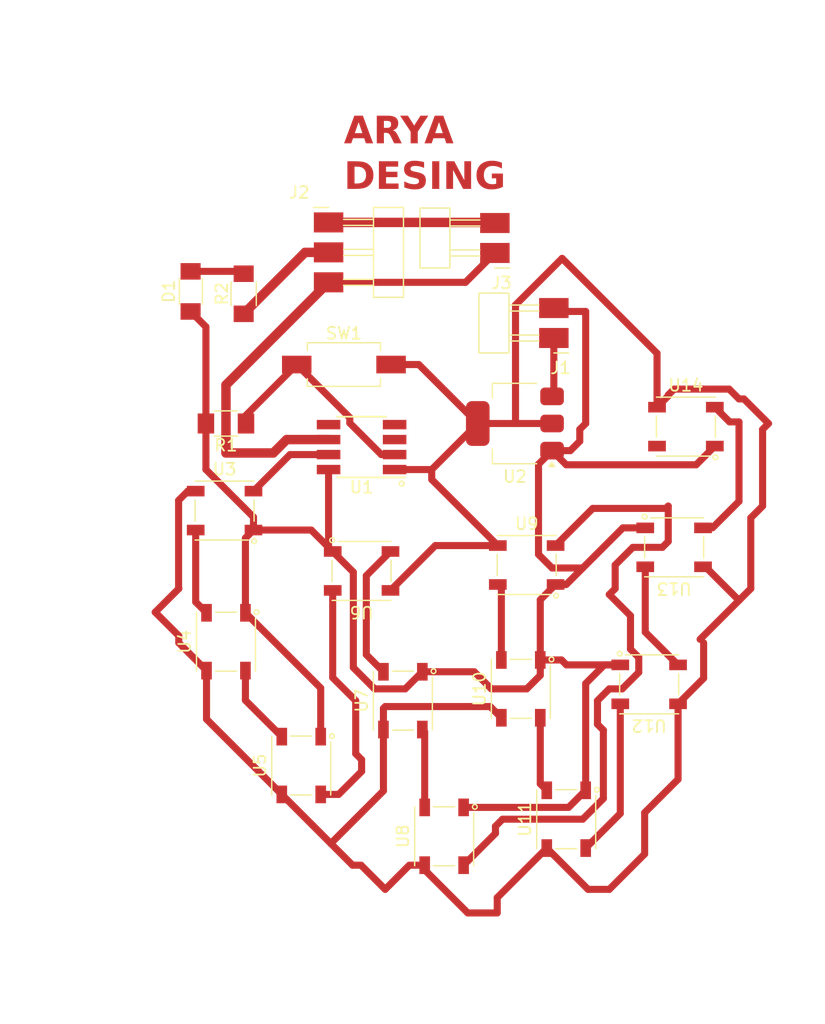
<source format=kicad_pcb>
(kicad_pcb
	(version 20240108)
	(generator "pcbnew")
	(generator_version "8.0")
	(general
		(thickness 1.6)
		(legacy_teardrops no)
	)
	(paper "A4")
	(layers
		(0 "F.Cu" signal)
		(31 "B.Cu" signal)
		(32 "B.Adhes" user "B.Adhesive")
		(33 "F.Adhes" user "F.Adhesive")
		(34 "B.Paste" user)
		(35 "F.Paste" user)
		(36 "B.SilkS" user "B.Silkscreen")
		(37 "F.SilkS" user "F.Silkscreen")
		(38 "B.Mask" user)
		(39 "F.Mask" user)
		(40 "Dwgs.User" user "User.Drawings")
		(41 "Cmts.User" user "User.Comments")
		(42 "Eco1.User" user "User.Eco1")
		(43 "Eco2.User" user "User.Eco2")
		(44 "Edge.Cuts" user)
		(45 "Margin" user)
		(46 "B.CrtYd" user "B.Courtyard")
		(47 "F.CrtYd" user "F.Courtyard")
		(48 "B.Fab" user)
		(49 "F.Fab" user)
		(50 "User.1" user)
		(51 "User.2" user)
		(52 "User.3" user)
		(53 "User.4" user)
		(54 "User.5" user)
		(55 "User.6" user)
		(56 "User.7" user)
		(57 "User.8" user)
		(58 "User.9" user)
	)
	(setup
		(pad_to_mask_clearance 0)
		(allow_soldermask_bridges_in_footprints no)
		(pcbplotparams
			(layerselection 0x00010fc_ffffffff)
			(plot_on_all_layers_selection 0x0000000_00000000)
			(disableapertmacros no)
			(usegerberextensions no)
			(usegerberattributes yes)
			(usegerberadvancedattributes yes)
			(creategerberjobfile yes)
			(dashed_line_dash_ratio 12.000000)
			(dashed_line_gap_ratio 3.000000)
			(svgprecision 4)
			(plotframeref no)
			(viasonmask no)
			(mode 1)
			(useauxorigin no)
			(hpglpennumber 1)
			(hpglpenspeed 20)
			(hpglpendiameter 15.000000)
			(pdf_front_fp_property_popups yes)
			(pdf_back_fp_property_popups yes)
			(dxfpolygonmode yes)
			(dxfimperialunits yes)
			(dxfusepcbnewfont yes)
			(psnegative no)
			(psa4output no)
			(plotreference yes)
			(plotvalue yes)
			(plotfptext yes)
			(plotinvisibletext no)
			(sketchpadsonfab no)
			(subtractmaskfromsilk no)
			(outputformat 1)
			(mirror no)
			(drillshape 1)
			(scaleselection 1)
			(outputdirectory "")
		)
	)
	(net 0 "")
	(net 1 "Net-(D1-A)")
	(net 2 "GND")
	(net 3 "PWR_12V")
	(net 4 "PWR_3V3")
	(net 5 "Net-(J2-Pin_3)")
	(net 6 "Net-(J2-Pin_1)")
	(net 7 "/Button")
	(net 8 "PWR_5V")
	(net 9 "unconnected-(U1-PA1{slash}SDA-Pad4)")
	(net 10 "unconnected-(U1-PA2{slash}SCL-Pad5)")
	(net 11 "Net-(U1-PA3{slash}SCK)")
	(net 12 "unconnected-(U1-RXD{slash}PA7-Pad3)")
	(net 13 "Net-(U3-DOUT)")
	(net 14 "Net-(U4-DOUT)")
	(net 15 "Net-(U5-DOUT)")
	(net 16 "Net-(U6-DOUT)")
	(net 17 "Net-(U7-DOUT)")
	(net 18 "Net-(U8-DOUT)")
	(net 19 "Net-(U10-DIN)")
	(net 20 "Net-(U10-DOUT)")
	(net 21 "Net-(U11-DOUT)")
	(net 22 "Net-(U12-DOUT)")
	(net 23 "Net-(U13-DOUT)")
	(net 24 "unconnected-(U14-DOUT-Pad2)")
	(footprint "fab:LED_ADDR_Worldsemi_WS2812B" (layer "F.Cu") (at 156.5 127 90))
	(footprint "fab:LED_ADDR_Worldsemi_WS2812B" (layer "F.Cu") (at 177 92.265))
	(footprint "fab:LED_ADDR_Worldsemi_WS2812B" (layer "F.Cu") (at 166.85 125.55 90))
	(footprint "fab:SOIC-8_3.9x4.9mm_P1.27mm" (layer "F.Cu") (at 149.5 94 180))
	(footprint "fab:LED_ADDR_Worldsemi_WS2812B" (layer "F.Cu") (at 173.8825 114.1175 180))
	(footprint "fab:PinHeader_1x02_P2.54mm_Horizontal_SMD" (layer "F.Cu") (at 160.8 77.54 180))
	(footprint "fab:LED_ADDR_Worldsemi_WS2812B" (layer "F.Cu") (at 149.5 104.5 180))
	(footprint "fab:Button_CnK_PTS636.0_6x3.5mm" (layer "F.Cu") (at 148 87))
	(footprint "fab:PinHeader_1x03_P2.54mm_Horizontal_SMD" (layer "F.Cu") (at 146.7 74.95))
	(footprint "fab:LED_ADDR_Worldsemi_WS2812B" (layer "F.Cu") (at 137.8825 99.3825))
	(footprint "fab:LED_ADDR_Worldsemi_WS2812B" (layer "F.Cu") (at 163 114.5 90))
	(footprint "fab:PinHeader_1x02_P2.54mm_Horizontal_SMD" (layer "F.Cu") (at 165.8 84.75 180))
	(footprint "fab:LED_1206" (layer "F.Cu") (at 135 80.8 90))
	(footprint "Package_TO_SOT_SMD:SOT-223-3_TabPin2" (layer "F.Cu") (at 162.5 92 180))
	(footprint "fab:LED_ADDR_Worldsemi_WS2812B" (layer "F.Cu") (at 138 110.5 90))
	(footprint "fab:R_1206" (layer "F.Cu") (at 138 92 180))
	(footprint "fab:LED_ADDR_Worldsemi_WS2812B" (layer "F.Cu") (at 163.5 104))
	(footprint "fab:LED_ADDR_Worldsemi_WS2812B" (layer "F.Cu") (at 176 102.5 180))
	(footprint "fab:LED_ADDR_Worldsemi_WS2812B" (layer "F.Cu") (at 153 115.5 90))
	(footprint "fab:R_1206" (layer "F.Cu") (at 139.5 81 90))
	(footprint "fab:LED_ADDR_Worldsemi_WS2812B" (layer "F.Cu") (at 144.3825 121 90))
	(gr_line
		(start 155.193334 139.628666)
		(end 155.130399 139.60038)
		(stroke
			(width 2.32)
			(type default)
		)
		(layer "Dwgs.User")
		(uuid "0010f6d6-8f64-4493-91af-26fb78d39944")
	)
	(gr_line
		(start 131.344229 116.217455)
		(end 131.321247 116.15287)
		(stroke
			(width 2.32)
			(type default)
		)
		(layer "Dwgs.User")
		(uuid "00344e9c-b358-4144-a578-93727c9cf828")
	)
	(gr_line
		(start 128.066654 71.378256)
		(end 128.046618 71.313199)
		(stroke
			(width 2.32)
			(type default)
		)
		(layer "Dwgs.User")
		(uuid "003d562b-da40-4fca-8400-af2d52d1acc7")
	)
	(gr_line
		(start 130.026599 96.575515)
		(end 129.96826 96.58677)
		(stroke
			(width 2.32)
			(type default)
		)
		(layer "Dwgs.User")
		(uuid "006219b6-6538-4ba7-96eb-7620cd3335bd")
	)
	(gr_line
		(start 130.42731 104.953191)
		(end 130.438506 104.885778)
		(stroke
			(width 2.32)
			(type default)
		)
		(layer "Dwgs.User")
		(uuid "006f75c6-9b68-4369-91d8-c7c85d3ca54c")
	)
	(gr_line
		(start 127.231055 69.612007)
		(end 127.202769 69.549308)
		(stroke
			(width 2.32)
			(type default)
		)
		(layer "Dwgs.User")
		(uuid "0082a0cb-9e9d-4593-ae18-30b44bd551da")
	)
	(gr_line
		(start 179.892769 122.925053)
		(end 179.867666 122.988282)
		(stroke
			(width 2.32)
			(type default)
		)
		(layer "Dwgs.User")
		(uuid "0084de48-fd19-40d6-8746-11015ddafd09")
	)
	(gr_line
		(start 136.503965 63.824688)
		(end 136.486286 63.754034)
		(stroke
			(width 2.32)
			(type default)
		)
		(layer "Dwgs.User")
		(uuid "008fc4ad-cdbf-4642-9cf0-fe0f0d790088")
	)
	(gr_line
		(start 144.095659 62.06722)
		(end 144.114516 62.132571)
		(stroke
			(width 2.32)
			(type default)
		)
		(layer "Dwgs.User")
		(uuid "0091d166-0dfd-40bd-a2e1-3bc927cbb6fe")
	)
	(gr_line
		(start 177.651384 81.194252)
		(end 177.713906 81.221648)
		(stroke
			(width 2.32)
			(type default)
		)
		(layer "Dwgs.User")
		(uuid "00efce55-389a-406f-ad25-3f8e70414a5b")
	)
	(gr_line
		(start 180.98665 119.909648)
		(end 180.964905 119.974528)
		(stroke
			(width 2.32)
			(type default)
		)
		(layer "Dwgs.User")
		(uuid "00f222dc-653e-407a-870a-65080be8ba9d")
	)
	(gr_line
		(start 131.09791 100.472129)
		(end 131.104982 100.40395)
		(stroke
			(width 2.32)
			(type default)
		)
		(layer "Dwgs.User")
		(uuid "01060fb8-442e-4ea3-b9fe-2ae65903dc26")
	)
	(gr_line
		(start 167.218181 68.197971)
		(end 167.212996 68.26344)
		(stroke
			(width 2.32)
			(type default)
		)
		(layer "Dwgs.User")
		(uuid "010b1787-9a47-4a0f-9d9c-4fc40c2b6350")
	)
	(gr_line
		(start 166.877813 63.354266)
		(end 166.934914 63.31667)
		(stroke
			(width 2.32)
			(type default)
		)
		(layer "Dwgs.User")
		(uuid "01106a9c-ef30-4f5d-8f3f-7928622f1592")
	)
	(gr_line
		(start 170.981382 138.24097)
		(end 170.937893 138.294477)
		(stroke
			(width 2.32)
			(type default)
		)
		(layer "Dwgs.User")
		(uuid "0130ac4d-2353-4ebc-ab59-8da439ad3727")
	)
	(gr_line
		(start 148.043953 59.018697)
		(end 148.056917 58.95146)
		(stroke
			(width 2.32)
			(type default)
		)
		(layer "Dwgs.User")
		(uuid "01449b6b-ec47-48f8-88a7-fba63ad09cc0")
	)
	(gr_line
		(start 130.859841 96.959903)
		(end 130.815056 96.911405)
		(stroke
			(width 2.32)
			(type default)
		)
		(layer "Dwgs.User")
		(uuid "014b26ea-abe4-4045-b964-20f9069bc42e")
	)
	(gr_line
		(start 186.327412 94.632247)
		(end 186.330417 94.700839)
		(stroke
			(width 2.32)
			(type default)
		)
		(layer "Dwgs.User")
		(uuid "0158959c-3b80-43fa-82c8-f820c8210991")
	)
	(gr_line
		(start 126.559276 94.649218)
		(end 126.495633 94.67161)
		(stroke
			(width 2.32)
			(type default)
		)
		(layer "Dwgs.User")
		(uuid "015dbabb-8daa-4888-9090-ae47f905b0d4")
	)
	(gr_line
		(start 128.535721 73.88305)
		(end 128.525703 73.815282)
		(stroke
			(width 2.32)
			(type default)
		)
		(layer "Dwgs.User")
		(uuid "0166c1f2-9fec-4802-9069-82cfd70c7ae9")
	)
	(gr_line
		(start 167.419774 71.70619)
		(end 167.419892 71.775195)
		(stroke
			(width 2.32)
			(type default)
		)
		(layer "Dwgs.User")
		(uuid "01769b70-8bad-40e8-96c4-91a4ce399dfe")
	)
	(gr_line
		(start 132.71843 119.427794)
		(end 132.687788 119.366509)
		(stroke
			(width 2.32)
			(type default)
		)
		(layer "Dwgs.User")
		(uuid "01859875-2c32-40bc-bf3e-7b419f891b6d")
	)
	(gr_line
		(start 128.93702 76.708093)
		(end 128.928181 76.640715)
		(stroke
			(width 2.32)
			(type default)
		)
		(layer "Dwgs.User")
		(uuid "01978641-ad5c-43d7-835f-b13c9d4bc902")
	)
	(gr_line
		(start 130.309454 105.697982)
		(end 130.320061 105.630038)
		(stroke
			(width 2.32)
			(type default)
		)
		(layer "Dwgs.User")
		(uuid "019d90a7-fea7-43bc-86f9-a69f99c2832b")
	)
	(gr_line
		(start 177.005592 128.863581)
		(end 176.971885 128.921978)
		(stroke
			(width 2.32)
			(type default)
		)
		(layer "Dwgs.User")
		(uuid "01a3a410-b687-422a-94eb-e29650828f5f")
	)
	(gr_line
		(start 129.336552 81.185566)
		(end 129.333606 81.11754)
		(stroke
			(width 2.32)
			(type default)
		)
		(layer "Dwgs.User")
		(uuid "01a8a74e-20b0-477f-a60d-98447d1d377e")
	)
	(gr_line
		(start 147.05962 135.122677)
		(end 147.003108 135.084963)
		(stroke
			(width 2.32)
			(type default)
		)
		(layer "Dwgs.User")
		(uuid "01db2a18-31b8-4b1a-a8d2-d6c77011fe9b")
	)
	(gr_line
		(start 167.179525 141.144294)
		(end 167.115588 141.167276)
		(stroke
			(width 2.32)
			(type default)
		)
		(layer "Dwgs.User")
		(uuid "020d5e4a-7111-4fea-bce2-ff09cc433d37")
	)
	(gr_line
		(start 144.085052 132.975282)
		(end 144.031428 132.933325)
		(stroke
			(width 2.32)
			(type default)
		)
		(layer "Dwgs.User")
		(uuid "0210de76-c6bc-4613-861f-8a65e1d7961e")
	)
	(gr_line
		(start 186.002247 91.842359)
		(end 186.01527 91.909655)
		(stroke
			(width 2.32)
			(type default)
		)
		(layer "Dwgs.User")
		(uuid "0212026b-2703-4117-aad7-31883829ff25")
	)
	(gr_line
		(start 178.259639 126.561146)
		(end 178.229055 126.621017)
		(stroke
			(width 2.32)
			(type default)
		)
		(layer "Dwgs.User")
		(uuid "02147a4b-306b-4be1-8d07-cf9f81f03258")
	)
	(gr_line
		(start 137.320707 68.520719)
		(end 137.305386 68.45142)
		(stroke
			(width 2.32)
			(type default)
		)
		(layer "Dwgs.User")
		(uuid "022a5fcd-e36f-4f47-9f6e-f9e87981d3b5")
	)
	(gr_line
		(start 120.074249 92.679432)
		(end 120.113142 92.628754)
		(stroke
			(width 2.32)
			(type default)
		)
		(layer "Dwgs.User")
		(uuid "02616d70-f24e-472c-8316-d65589185e75")
	)
	(gr_line
		(start 127.435535 96.682116)
		(end 127.48032 96.630554)
		(stroke
			(width 2.32)
			(type default)
		)
		(layer "Dwgs.User")
		(uuid "02827d97-ae53-4583-968e-497e07586c86")
	)
	(gr_line
		(start 184.754683 106.236879)
		(end 184.738713 106.303114)
		(stroke
			(width 2.32)
			(type default)
		)
		(layer "Dwgs.User")
		(uuid "028346da-52f3-4788-9d1a-b01d513e716c")
	)
	(gr_line
		(start 121.96407 91.570407)
		(end 122.02182 91.537702)
		(stroke
			(width 2.32)
			(type default)
		)
		(layer "Dwgs.User")
		(uuid "028ce382-bdb6-4277-9cbf-c789ba7a2185")
	)
	(gr_line
		(start 137.163369 67.712581)
		(end 137.152173 67.647053)
		(stroke
			(width 2.32)
			(type default)
		)
		(layer "Dwgs.User")
		(uuid "028d782a-c416-4258-97e8-5a369cb9712a")
	)
	(gr_line
		(start 125.592856 89.571097)
		(end 125.654731 89.540337)
		(stroke
			(width 2.32)
			(type default)
		)
		(layer "Dwgs.User")
		(uuid "02904ab4-57d6-4af1-b273-bd7ebbd484b8")
	)
	(gr_line
		(start 121.294059 95.546868)
		(end 121.262238 95.483462)
		(stroke
			(width 2.32)
			(type default)
		)
		(layer "Dwgs.User")
		(uuid "0291c792-8c78-4b53-a489-dd5835c923ba")
	)
	(gr_line
		(start 179.766663 123.240671)
		(end 179.741206 123.303606)
		(stroke
			(width 2.32)
			(type default)
		)
		(layer "Dwgs.User")
		(uuid "02a2692b-3ea7-48df-8aca-9b8f222d2e04")
	)
	(gr_line
		(start 174.073865 79.688413)
		(end 174.134502 79.718836)
		(stroke
			(width 2.32)
			(type default)
		)
		(layer "Dwgs.User")
		(uuid "02b80c6a-45e0-48ac-b229-3085ec419e45")
	)
	(gr_line
		(start 121.535074 96.00356)
		(end 121.496771 95.941096)
		(stroke
			(width 2.32)
			(type default)
		)
		(layer "Dwgs.User")
		(uuid "02bd96fa-3ce5-4e52-ae4f-7744a69f9a77")
	)
	(gr_line
		(start 162.169112 61.526732)
		(end 162.154911 61.593262)
		(stroke
			(width 2.32)
			(type default)
		)
		(layer "Dwgs.User")
		(uuid "02d7b913-3d80-4e1a-9be3-8c9d98b44f1b")
	)
	(gr_line
		(start 183.551137 111.055657)
		(end 183.534048 111.121538)
		(stroke
			(width 2.32)
			(type default)
		)
		(layer "Dwgs.User")
		(uuid "02d8f21a-847e-4f32-a9a4-8e1c4ba49cb6")
	)
	(gr_line
		(start 178.850627 125.351708)
		(end 178.821988 125.412757)
		(stroke
			(width 2.32)
			(type default)
		)
		(layer "Dwgs.User")
		(uuid "02df5f60-940e-413f-86f8-22e02d06b542")
	)
	(gr_line
		(start 134.285326 72.069364)
		(end 134.339539 72.026994)
		(stroke
			(width 2.32)
			(type default)
		)
		(layer "Dwgs.User")
		(uuid "02e0e065-529f-44fd-8cb5-386b406e2532")
	)
	(gr_line
		(start 146.771815 64.063523)
		(end 146.820843 64.015851)
		(stroke
			(width 2.32)
			(type default)
		)
		(layer "Dwgs.User")
		(uuid "02eb5a73-ec52-446e-ab37-a3916fbca55e")
	)
	(gr_line
		(start 178.964005 125.106803)
		(end 178.935837 125.168147)
		(stroke
			(width 2.32)
			(type default)
		)
		(layer "Dwgs.User")
		(uuid "02f23fba-2559-4c16-b1ee-df128ad63be1")
	)
	(gr_line
		(start 139.704934 129.07743)
		(end 139.656613 129.028697)
		(stroke
			(width 2.32)
			(type default)
		)
		(layer "Dwgs.User")
		(uuid "02f3c6cc-d6de-4287-b64c-e8c014f29ccd")
	)
	(gr_line
		(start 129.244035 79.689915)
		(end 129.238732 79.621951)
		(stroke
			(width 2.32)
			(type default)
		)
		(layer "Dwgs.User")
		(uuid "02fafaed-199c-49a0-9c1f-0698613ec821")
	)
	(gr_line
		(start 159.452237 141.203222)
		(end 159.386179 141.185543)
		(stroke
			(width 2.32)
			(type default)
		)
		(layer "Dwgs.User")
		(uuid "0316fcb9-75d4-4b0b-96b3-5a5bf3dce5da")
	)
	(gr_line
		(start 167.63657 73.614397)
		(end 167.656547 73.6758)
		(stroke
			(width 2.32)
			(type default)
		)
		(layer "Dwgs.User")
		(uuid "03245d9d-8cee-457c-b20a-5d8b57280a64")
	)
	(gr_line
		(start 135.061407 123.438257)
		(end 135.023104 123.381627)
		(stroke
			(width 2.32)
			(type default)
		)
		(layer "Dwgs.User")
		(uuid "03280f4a-3d61-4874-881e-81b8dc7dca45")
	)
	(gr_line
		(start 149.829236 136.849562)
		(end 149.770367 136.815207)
		(stroke
			(width 2.32)
			(type default)
		)
		(layer "Dwgs.User")
		(uuid "0339323f-2825-420d-860e-d7214304f3ce")
	)
	(gr_line
		(start 147.278891 62.750725)
		(end 147.2905 62.683783)
		(stroke
			(width 2.32)
			(type default)
		)
		(layer "Dwgs.User")
		(uuid "03395e77-a9ea-43d2-9890-1fd377dbbe96")
	)
	(gr_line
		(start 149.093284 57.332414)
		(end 149.158989 57.317092)
		(stroke
			(width 2.32)
			(type default)
		)
		(layer "Dwgs.User")
		(uuid "033e0cd3-fe32-441e-b1af-987ae1c81c6e")
	)
	(gr_line
		(start 128.109082 87.646155)
		(end 128.148564 87.589643)
		(stroke
			(width 2.32)
			(type default)
		)
		(layer "Dwgs.User")
		(uuid "0340cc98-dbd7-42dd-885c-13547e6208de")
	)
	(gr_line
		(start 183.314659 85.736523)
		(end 183.356321 85.792929)
		(stroke
			(width 2.32)
			(type default)
		)
		(layer "Dwgs.User")
		(uuid "03458f3c-6346-4ffc-a003-00720891c4c0")
	)
	(gr_line
		(start 167.297027 69.088019)
		(end 167.309284 69.15891)
		(stroke
			(width 2.32)
			(type default)
		)
		(layer "Dwgs.User")
		(uuid "0353c8f2-96d4-48f1-b447-1c711c2a39cd")
	)
	(gr_line
		(start 128.215152 67.930732)
		(end 128.277027 67.885122)
		(stroke
			(width 2.32)
			(type default)
		)
		(layer "Dwgs.User")
		(uuid "0370f672-ed4e-4ecc-8581-76a659d6b6f9")
	)
	(gr_line
		(start 150.065183 136.986334)
		(end 150.006138 136.952274)
		(stroke
			(width 2.32)
			(type default)
		)
		(layer "Dwgs.User")
		(uuid "03a82016-b449-4b55-8d68-5e867f638e4f")
	)
	(gr_line
		(start 125.858622 94.975561)
		(end 125.79439 95.006911)
		(stroke
			(width 2.32)
			(type default)
		)
		(layer "Dwgs.User")
		(uuid "03ba5ea4-eb39-4ffc-b38d-25ea712bf638")
	)
	(gr_line
		(start 128.597006 99.2611)
		(end 128.571667 99.320028)
		(stroke
			(width 2.32)
			(type default)
		)
		(layer "Dwgs.User")
		(uuid "03be0f5e-9bf5-4b9d-a4f7-761df4db0be5")
	)
	(gr_line
		(start 168.509824 140.504925)
		(end 168.4529 140.539692)
		(stroke
			(width 2.32)
			(type default)
		)
		(layer "Dwgs.User")
		(uuid "03f35f3d-e28f-43c9-af98-f647674ef999")
	)
	(gr_line
		(start 151.316461 137.687459)
		(end 151.256413 137.654695)
		(stroke
			(width 2.32)
			(type default)
		)
		(layer "Dwgs.User")
		(uuid "03f593d9-e1b9-4c95-bf30-5253f2eae5bc")
	)
	(gr_line
		(start 152.649648 138.392533)
		(end 152.588598 138.361124)
		(stroke
			(width 2.32)
			(type default)
		)
		(layer "Dwgs.User")
		(uuid "03fa784f-28f5-49e3-a5ec-4902ebbe2c3b")
	)
	(gr_line
		(start 130.505684 68.929208)
		(end 130.538094 68.989551)
		(stroke
			(width 2.32)
			(type default)
		)
		(layer "Dwgs.User")
		(uuid "0401cd8b-724a-47f5-bf34-4f309db2a1ab")
	)
	(gr_line
		(start 142.420925 58.819049)
		(end 142.486335 58.842797)
		(stroke
			(width 2.32)
			(type default)
		)
		(layer "Dwgs.User")
		(uuid "0402fea7-09fc-4ca3-8654-d926fa53cb51")
	)
	(gr_line
		(start 137.958308 60.865913)
		(end 138.017236 60.83038)
		(stroke
			(width 2.32)
			(type default)
		)
		(layer "Dwgs.User")
		(uuid "04202947-9430-40ab-83fd-8d27a8635427")
	)
	(gr_line
		(start 168.026615 62.615309)
		(end 168.087959 62.586081)
		(stroke
			(width 2.32)
			(type default)
		)
		(layer "Dwgs.User")
		(uuid "0427687e-7ba1-4b77-b70d-48b4f0fd14d3")
	)
	(gr_line
		(start 181.344284 83.563117)
		(end 181.395846 83.609911)
		(stroke
			(width 2.32)
			(type default)
		)
		(layer "Dwgs.User")
		(uuid "043a429b-1b6e-44c4-89d7-c9cc5791355f")
	)
	(gr_line
		(start 127.124395 97.029673)
		(end 127.16918 96.981293)
		(stroke
			(width 2.32)
			(type default)
		)
		(layer "Dwgs.User")
		(uuid "0446825c-cc14-44c5-a856-54c4d7837c12")
	)
	(gr_line
		(start 144.577101 63.772773)
		(end 144.61069 63.832172)
		(stroke
			(width 2.32)
			(type default)
		)
		(layer "Dwgs.User")
		(uuid "047c0d47-f5af-47eb-bc52-12bd5844b958")
	)
	(gr_line
		(start 186.260706 97.856964)
		(end 186.255225 97.925261)
		(stroke
			(width 2.32)
			(type default)
		)
		(layer "Dwgs.User")
		(uuid "0482089a-13d8-4ffe-95c2-94c136e8ef8a")
	)
	(gr_line
		(start 128.607613 74.356065)
		(end 128.597006 74.288651)
		(stroke
			(width 2.32)
			(type default)
		)
		(layer "Dwgs.User")
		(uuid "0485d214-88b2-4575-bf96-dc80cc42d83d")
	)
	(gr_line
		(start 128.334776 72.586634)
		(end 128.322991 72.518336)
		(stroke
			(width 2.32)
			(type default)
		)
		(layer "Dwgs.User")
		(uuid "0490e73f-9a0f-41d0-8e0a-f9a96fa6ef88")
	)
	(gr_line
		(start 139.229385 128.586737)
		(end 139.182242 128.537296)
		(stroke
			(width 2.32)
			(type default)
		)
		(layer "Dwgs.User")
		(uuid "0499f798-34c6-4eb9-a6cf-129eb68dc427")
	)
	(gr_line
		(start 180.562898 121.137943)
		(end 180.539916 121.202292)
		(stroke
			(width 2.32)
			(type default)
		)
		(layer "Dwgs.User")
		(uuid "04ac05f4-a067-44c6-9974-30cff8804c44")
	)
	(gr_line
		(start 131.054303 115.373135)
		(end 131.033089 115.307784)
		(stroke
			(width 2.32)
			(type default)
		)
		(layer "Dwgs.User")
		(uuid "04d505f4-6ed6-4e07-911f-64b057acea53")
	)
	(gr_line
		(start 126.790863 88.913579)
		(end 126.847434 88.876336)
		(stroke
			(width 2.32)
			(type default)
		)
		(layer "Dwgs.User")
		(uuid "04d70656-b3d0-48e7-961d-44f6f90cbeaa")
	)
	(gr_line
		(start 169.969471 63.423212)
		(end 169.989094 63.488916)
		(stroke
			(width 2.32)
			(type default)
		)
		(layer "Dwgs.User")
		(uuid "04ec7a23-ea7c-42a0-aceb-bab429baef0f")
	)
	(gr_line
		(start 128.191581 95.474563)
		(end 128.175671 95.414162)
		(stroke
			(width 2.32)
			(type default)
		)
		(layer "Dwgs.User")
		(uuid "04eef317-d3a4-409a-a271-4d07da15e8b5")
	)
	(gr_line
		(start 130.202794 106.447428)
		(end 130.212222 106.379131)
		(stroke
			(width 2.32)
			(type default)
		)
		(layer "Dwgs.User")
		(uuid "04fd5b82-2344-4b06-9085-6a9dcc8ecea6")
	)
	(gr_line
		(start 130.902269 102.049337)
		(end 130.911698 101.984811)
		(stroke
			(width 2.32)
			(type default)
		)
		(layer "Dwgs.User")
		(uuid "050be687-0ddc-46d0-b0d4-3d418b3bdc37")
	)
	(gr_line
		(start 126.143833 89.289952)
		(end 126.20394 89.257718)
		(stroke
			(width 2.32)
			(type default)
		)
		(layer "Dwgs.User")
		(uuid "050d23d3-079e-43c1-bb0d-1ff64815c5d1")
	)
	(gr_line
		(start 134.947087 123.268131)
		(end 134.909373 123.211266)
		(stroke
			(width 2.32)
			(type default)
		)
		(layer "Dwgs.User")
		(uuid "0513ad88-854d-4ee9-bf9c-11b459d1583f")
	)
	(gr_line
		(start 122.352995 96.292307)
		(end 122.284049 96.307393)
		(stroke
			(width 2.32)
			(type default)
		)
		(layer "Dwgs.User")
		(uuid "051fec83-0f35-4ddf-9a86-a54d777bb153")
	)
	(gr_line
		(start 149.067827 136.397702)
		(end 149.009606 136.362463)
		(stroke
			(width 2.32)
			(type default)
		)
		(layer "Dwgs.User")
		(uuid "052f5707-3eee-4a88-897a-9da482a063c0")
	)
	(gr_line
		(start 152.279698 62.778716)
		(end 152.288478 62.845835)
		(stroke
			(width 2.32)
			(type default)
		)
		(layer "Dwgs.User")
		(uuid "05541a44-8027-4651-9fda-3e8ad55bc31f")
	)
	(gr_line
		(start 122.891008 91.042058)
		(end 122.949936 91.008587)
		(stroke
			(width 2.32)
			(type default)
		)
		(layer "Dwgs.User")
		(uuid "055445a0-b3bc-416f-a687-12aa4fe85793")
	)
	(gr_line
		(start 171.285274 77.781974)
		(end 171.335422 77.826912)
		(stroke
			(width 2.32)
			(type default)
		)
		(layer "Dwgs.User")
		(uuid "05870d94-b227-49ee-ba1d-b8d6ee03c014")
	)
	(gr_line
		(start 131.878706 71.04107)
		(end 131.915242 71.098407)
		(stroke
			(width 2.32)
			(type default)
		)
		(layer "Dwgs.User")
		(uuid "05a75d1b-b73a-47e6-94c5-7bf358842955")
	)
	(gr_line
		(start 179.645036 82.253784)
		(end 179.702726 82.291474)
		(stroke
			(width 2.32)
			(type default)
		)
		(layer "Dwgs.User")
		(uuid "05b0a43e-c961-43ec-8301-49afccdf7c38")
	)
	(gr_line
		(start 140.900583 58.994831)
		(end 140.9601 58.961184)
		(stroke
			(width 2.32)
			(type default)
		)
		(layer "Dwgs.User")
		(uuid "05c25ae6-3a60-40f6-9ec0-8a65b65f5c87")
	)
	(gr_line
		(start 127.209251 68.561851)
		(end 127.255805 68.518009)
		(stroke
			(width 2.32)
			(type default)
		)
		(layer "Dwgs.User")
		(uuid "05c33b0c-7748-45ff-a93b-2d8bddbd4ba2")
	)
	(gr_line
		(start 174.501329 79.895114)
		(end 174.562908 79.923537)
		(stroke
			(width 2.32)
			(type default)
		)
		(layer "Dwgs.User")
		(uuid "05c9b0e1-2ae8-4002-9900-ba44487c85ef")
	)
	(gr_line
		(start 132.334809 118.625489)
		(end 132.305934 118.56332)
		(stroke
			(width 2.32)
			(type default)
		)
		(layer "Dwgs.User")
		(uuid "05e15364-484d-41cd-853e-594a0fe54f24")
	)
	(gr_line
		(start 186.187281 92.992104)
		(end 186.195885 93.060106)
		(stroke
			(width 2.32)
			(type default)
		)
		(layer "Dwgs.User")
		(uuid "0609d2d7-70e7-44a3-872c-b0e361e8560d")
	)
	(gr_line
		(start 169.138527 75.762977)
		(end 169.188085 75.812806)
		(stroke
			(width 2.32)
			(type default)
		)
		(layer "Dwgs.User")
		(uuid "061219e2-75c2-495d-9d7b-13f41b7b07df")
	)
	(gr_line
		(start 130.003617 109.668728)
		(end 130.001849 109.600371)
		(stroke
			(width 2.32)
			(type default)
		)
		(layer "Dwgs.User")
		(uuid "061611bc-840a-46a4-95d4-da9222d1614b")
	)
	(gr_line
		(start 177.272536 128.39581)
		(end 177.239418 128.454385)
		(stroke
			(width 2.32)
			(type default)
		)
		(layer "Dwgs.User")
		(uuid "0619038e-8cca-4220-967f-4e30332c621c")
	)
	(gr_line
		(start 181.85295 117.166491)
		(end 181.833268 117.232077)
		(stroke
			(width 2.32)
			(type default)
		)
		(layer "Dwgs.User")
		(uuid "063536d0-3f6b-4de1-a092-73cc71d9d392")
	)
	(gr_line
		(start 125.381305 99.499523)
		(end 125.376591 99.433464)
		(stroke
			(width 2.32)
			(type default)
		)
		(layer "Dwgs.User")
		(uuid "063ed28b-12b2-4f96-8cea-227763d9e4f2")
	)
	(gr_line
		(start 185.175488 104.446469)
		(end 185.160402 104.512881)
		(stroke
			(width 2.32)
			(type default)
		)
		(layer "Dwgs.User")
		(uuid "0654f734-3fe7-424f-a71f-f129d010169a")
	)
	(gr_line
		(start 128.736076 75.230161)
		(end 128.726647 75.163042)
		(stroke
			(width 2.32)
			(type default)
		)
		(layer "Dwgs.User")
		(uuid "065ab6dc-c890-413c-913e-28a4fb28c298")
	)
	(gr_line
		(start 146.23339 64.372011)
		(end 146.298623 64.348499)
		(stroke
			(width 2.32)
			(type default)
		)
		(layer "Dwgs.User")
		(uuid "067be9ba-c905-440d-92ce-7dc46100147a")
	)
	(gr_line
		(start 185.70142 90.575407)
		(end 185.719864 90.641525)
		(stroke
			(width 2.32)
			(type default)
		)
		(layer "Dwgs.User")
		(uuid "06860326-546a-4062-a968-9e5e765b0930")
	)
	(gr_line
		(start 166.72684 141.296328)
		(end 166.661253 141.315774)
		(stroke
			(width 2.32)
			(type default)
		)
		(layer "Dwgs.User")
		(uuid "0695e47b-ef7f-481d-9e2d-2b7f519028cf")
	)
	(gr_line
		(start 179.702726 82.291474)
		(end 179.760181 82.329483)
		(stroke
			(width 2.32)
			(type default)
		)
		(layer "Dwgs.User")
		(uuid "069f52b0-e832-44c4-88dd-b6c23e654ec9")
	)
	(gr_line
		(start 167.421306 70.36988)
		(end 167.422838 70.441006)
		(stroke
			(width 2.32)
			(type default)
		)
		(layer "Dwgs.User")
		(uuid "06b26da5-a13d-45b3-a00c-4e1a00aaa762")
	)
	(gr_line
		(start 184.205297 87.079091)
		(end 184.240713 87.139434)
		(stroke
			(width 2.32)
			(type default)
		)
		(layer "Dwgs.User")
		(uuid "06bee820-927e-4983-9dd2-2811f4d7e7bb")
	)
	(gr_line
		(start 166.532024 63.573773)
		(end 166.58995 63.537827)
		(stroke
			(width 2.32)
			(type default)
		)
		(layer "Dwgs.User")
		(uuid "06c4af02-456c-4fef-b865-ebbc6184a340")
	)
	(gr_line
		(start 128.263473 100.111018)
		(end 128.24167 100.176487)
		(stroke
			(width 2.32)
			(type default)
		)
		(layer "Dwgs.User")
		(uuid "06ee29a7-d743-4f2b-981f-0cfa56c80081")
	)
	(gr_line
		(start 150.420519 137.189577)
		(end 150.361179 137.15587)
		(stroke
			(width 2.32)
			(type default)
		)
		(layer "Dwgs.User")
		(uuid "06f5740c-5a2f-4c4b-b79f-4b34d7058a96")
	)
	(gr_line
		(start 121.140257 92.02869)
		(end 121.200363 91.995749)
		(stroke
			(width 2.32)
			(type default)
		)
		(layer "Dwgs.User")
		(uuid "0707d85b-33ad-4933-9f56-b6a69ea40278")
	)
	(gr_line
		(start 172.054874 136.775608)
		(end 172.015333 136.834005)
		(stroke
			(width 2.32)
			(type default)
		)
		(layer "Dwgs.User")
		(uuid "07119f86-bd74-4192-b392-c44b67e4a14d")
	)
	(gr_line
		(start 126.933468 101.182035)
		(end 126.858041 101.154103)
		(stroke
			(width 2.32)
			(type default)
		)
		(layer "Dwgs.User")
		(uuid "07125322-5b77-4ec9-b9c8-9982bb0ff8e5")
	)
	(gr_line
		(start 174.588601 132.811933)
		(end 174.551653 132.870272)
		(stroke
			(width 2.32)
			(type default)
		)
		(layer "Dwgs.User")
		(uuid "072323e3-ce34-4bfc-be0b-5d0d081361a4")
	)
	(gr_line
		(start 144.950115 133.635511)
		(end 144.895901 133.594851)
		(stroke
			(width 2.32)
			(type default)
		)
		(layer "Dwgs.User")
		(uuid "074aed96-9f5c-424e-a241-318cb35dc2a7")
	)
	(gr_line
		(start 179.321934 124.304262)
		(end 179.295004 124.366373)
		(stroke
			(width 2.32)
			(type default)
		)
		(layer "Dwgs.User")
		(uuid "07536373-8bfc-4697-853b-108b79d35ff9")
	)
	(gr_line
		(start 128.033065 100.874961)
		(end 128.006547 100.940018)
		(stroke
			(width 2.32)
			(type default)
		)
		(layer "Dwgs.User")
		(uuid "0759b4a8-fbf1-4d59-b572-799b63fcf284")
	)
	(gr_line
		(start 169.563516 65.978683)
		(end 169.50777 66.017812)
		(stroke
			(width 2.32)
			(type default)
		)
		(layer "Dwgs.User")
		(uuid "075a9d5d-4510-47f7-b885-a0bd9b1a351a")
	)
	(gr_line
		(start 174.195257 79.748945)
		(end 174.256188 79.77875)
		(stroke
			(width 2.32)
			(type default)
		)
		(layer "Dwgs.User")
		(uuid "075e3f91-87e4-40b9-b8bc-3eeb9888253a")
	)
	(gr_line
		(start 132.5552 72.225817)
		(end 132.590556 72.283803)
		(stroke
			(width 2.32)
			(type default)
		)
		(layer "Dwgs.User")
		(uuid "077a5f00-e0de-4e38-8c07-abc9c84026e7")
	)
	(gr_line
		(start 134.137416 122.000826)
		(end 134.10206 121.942428)
		(stroke
			(width 2.32)
			(type default)
		)
		(layer "Dwgs.User")
		(uuid "077da2e0-96f8-4293-a293-44be00eb10f3")
	)
	(gr_line
		(start 161.609355 64.260284)
		(end 161.60688 64.329053)
		(stroke
			(width 2.32)
			(type default)
		)
		(layer "Dwgs.User")
		(uuid "078096d5-1434-4796-9d9f-1c2156e9296b")
	)
	(gr_line
		(start 152.639924 60.069678)
		(end 152.628846 60.13827)
		(stroke
			(width 2.32)
			(type default)
		)
		(layer "Dwgs.User")
		(uuid "078b0742-1ef6-4641-bbfe-fd75ef742312")
	)
	(gr_line
		(start 124.132621 90.338576)
		(end 124.192138 90.305399)
		(stroke
			(width 2.32)
			(type default)
		)
		(layer "Dwgs.User")
		(uuid "079a3d82-5e48-42d0-b8a8-6c06828f7fa1")
	)
	(gr_line
		(start 157.63584 58.581039)
		(end 157.691881 58.541439)
		(stroke
			(width 2.32)
			(type default)
		)
		(layer "Dwgs.User")
		(uuid "07a46553-c957-43a4-816d-41e07eefaa6b")
	)
	(gr_line
		(start 121.319398 91.929985)
		(end 121.378915 91.897162)
		(stroke
			(width 2.32)
			(type default)
		)
		(layer "Dwgs.User")
		(uuid "07a87e08-607d-4e0b-820c-41582018b34b")
	)
	(gr_line
		(start 129.301195 80.505544)
		(end 129.29707 80.437565)
		(stroke
			(width 2.32)
			(type default)
		)
		(layer "Dwgs.User")
		(uuid "07ad2373-1c6c-484e-92a9-295dd71d4343")
	)
	(gr_line
		(start 130.087295 96.570978)
		(end 130.026599 96.575515)
		(stroke
			(width 2.32)
			(type default)
		)
		(layer "Dwgs.User")
		(uuid "07c721c2-4562-4315-a859-f80a696331d8")
	)
	(gr_line
		(start 186.28522 93.947091)
		(end 186.290464 94.015506)
		(stroke
			(width 2.32)
			(type default)
		)
		(layer "Dwgs.User")
		(uuid "07cf272e-02d3-4c46-a8f2-9e4b0e9b368f")
	)
	(gr_line
		(start 184.334644 107.956162)
		(end 184.318321 108.022161)
		(stroke
			(width 2.32)
			(type default)
		)
		(layer "Dwgs.User")
		(uuid "07e2ab15-ab74-4c30-8403-3d8df11ba53a")
	)
	(gr_line
		(start 181.532853 118.214643)
		(end 181.512464 118.280053)
		(stroke
			(width 2.32)
			(type default)
		)
		(layer "Dwgs.User")
		(uuid "07e8b71f-68b0-42f0-a0cd-3193eb045baf")
	)
	(gr_line
		(start 157.284512 58.99106)
		(end 157.320988 58.932957)
		(stroke
			(width 2.32)
			(type default)
		)
		(layer "Dwgs.User")
		(uuid "07f1c836-d505-4e61-b817-19ff5be35c65")
	)
	(gr_line
		(start 134.10206 121.942428)
		(end 134.066703 121.883972)
		(stroke
			(width 2.32)
			(type default)
		)
		(layer "Dwgs.User")
		(uuid "07f4b4bf-73c4-4b72-a736-8ec61dd7199c")
	)
	(gr_line
		(start 180.447458 121.459278)
		(end 180.424123 121.52345)
		(stroke
			(width 2.32)
			(type default)
		)
		(layer "Dwgs.User")
		(uuid "07f51882-187e-4157-b58e-a29a1f87b3fd")
	)
	(gr_line
		(start 130.013046 109.942212)
		(end 130.010099 109.873856)
		(stroke
			(width 2.32)
			(type default)
		)
		(layer "Dwgs.User")
		(uuid "07f84148-5b47-4279-ac06-e1e03f988816")
	)
	(gr_line
		(start 141.268883 58.818931)
		(end 141.333704 58.797364)
		(stroke
			(width 2.32)
			(type default)
		)
		(layer "Dwgs.User")
		(uuid "07fd3791-0f37-4964-b7d7-55973de7de23")
	)
	(gr_line
		(start 185.624578 90.311705)
		(end 185.64426 90.377527)
		(stroke
			(width 2.32)
			(type default)
		)
		(layer "Dwgs.User")
		(uuid "0809f2df-e382-4ca4-9c38-4e8f605fc01d")
	)
	(gr_line
		(start 134.610608 71.824812)
		(end 134.665411 71.786156)
		(stroke
			(width 2.32)
			(type default)
		)
		(layer "Dwgs.User")
		(uuid "081a884c-fce8-4230-b172-e115f42fae6c")
	)
	(gr_line
		(start 125.836818 98.329625)
		(end 125.879836 98.27659)
		(stroke
			(width 2.32)
			(type default)
		)
		(layer "Dwgs.User")
		(uuid "08323c65-38e6-4996-b6d9-7e5595e2dade")
	)
	(gr_line
		(start 145.761554 64.455748)
		(end 145.82991 64.452743)
		(stroke
			(width 2.32)
			(type default)
		)
		(layer "Dwgs.User")
		(uuid "083bc55b-a4e5-4e5f-b2d3-e3ed4194cde7")
	)
	(gr_line
		(start 178.470895 126.140577)
		(end 178.441019 126.200801)
		(stroke
			(width 2.32)
			(type default)
		)
		(layer "Dwgs.User")
		(uuid "08424b7e-a647-4236-be2e-f91b076d94a1")
	)
	(gr_line
		(start 156.685391 60.079519)
		(end 156.71898 60.019825)
		(stroke
			(width 2.32)
			(type default)
		)
		(layer "Dwgs.User")
		(uuid "0853b33c-0cc8-4241-b7a9-e8c1fbbe9206")
	)
	(gr_line
		(start 174.956901 132.229843)
		(end 174.920189 132.287946)
		(stroke
			(width 2.32)
			(type default)
		)
		(layer "Dwgs.User")
		(uuid "0855f769-92ee-4fe7-9bce-08bb14a48193")
	)
	(gr_line
		(start 155.120675 62.782311)
		(end 155.153145 62.720377)
		(stroke
			(width 2.32)
			(type default)
		)
		(layer "Dwgs.User")
		(uuid "085facaf-cbee-4bbb-8d2c-430fe5dce2cb")
	)
	(gr_line
		(start 170.583913 77.1464)
		(end 170.633943 77.192293)
		(stroke
			(width 2.32)
			(type default)
		)
		(layer "Dwgs.User")
		(uuid "08619646-0067-41c7-b35b-68b0416c7767")
	)
	(gr_line
		(start 164.204544 141.732984)
		(end 164.135068 141.737109)
		(stroke
			(width 2.32)
			(type default)
		)
		(layer "Dwgs.User")
		(uuid "086a71ad-aecb-4060-a67e-173d9a92c375")
	)
	(gr_line
		(start 148.657393 57.540312)
		(end 148.71532 57.500476)
		(stroke
			(width 2.32)
			(type default)
		)
		(layer "Dwgs.User")
		(uuid "087beca9-9638-4a59-b382-6273e0d61c04")
	)
	(gr_line
		(start 128.858646 98.653493)
		(end 128.832129 98.7169)
		(stroke
			(width 2.32)
			(type default)
		)
		(layer "Dwgs.User")
		(uuid "08808d40-4383-45ef-802e-5900a09783a0")
	)
	(gr_line
		(start 130.854538 102.372322)
		(end 130.864555 102.307678)
		(stroke
			(width 2.32)
			(type default)
		)
		(layer "Dwgs.User")
		(uuid "0895e127-0db5-45ff-a35e-f71021101df0")
	)
	(gr_line
		(start 127.076663 68.761617)
		(end 127.100824 68.707462)
		(stroke
			(width 2.32)
			(type default)
		)
		(layer "Dwgs.User")
		(uuid "08c4fa10-8141-4cde-955c-ad710cb59075")
	)
	(gr_line
		(start 132.054901 118.000793)
		(end 132.027794 117.937976)
		(stroke
			(width 2.32)
			(type default)
		)
		(layer "Dwgs.User")
		(uuid "08cc22ee-65ba-4447-81ee-a8c0fc032ab0")
	)
	(gr_line
		(start 123.95289 90.4384)
		(end 124.012997 90.405046)
		(stroke
			(width 2.32)
			(type default)
		)
		(layer "Dwgs.User")
		(uuid "08d1d06e-bbcf-4ad8-8555-b9160d93ee08")
	)
	(gr_line
		(start 131.391372 116.346449)
		(end 131.3678 116.281981)
		(stroke
			(width 2.32)
			(type default)
		)
		(layer "Dwgs.User")
		(uuid "08d3f885-de48-4073-9433-0b017240a2f9")
	)
	(gr_line
		(start 179.267897 124.428365)
		(end 179.24079 124.490357)
		(stroke
			(width 2.32)
			(type default)
		)
		(layer "Dwgs.User")
		(uuid "08d540f5-060a-43c5-84b6-cc654dd05cd4")
	)
	(gr_line
		(start 133.787973 121.413667)
		(end 133.753206 121.354621)
		(stroke
			(width 2.32)
			(type default)
		)
		(layer "Dwgs.User")
		(uuid "08daf92f-46d3-429d-84e8-bdb09464e2c5")
	)
	(gr_line
		(start 186.120221 92.517144)
		(end 186.130593 92.584852)
		(stroke
			(width 2.32)
			(type default)
		)
		(layer "Dwgs.User")
		(uuid "08e2c428-65fb-4490-acb2-068437a1adc1")
	)
	(gr_line
		(start 141.276544 130.595651)
		(end 141.226455 130.549393)
		(stroke
			(width 2.32)
			(type default)
		)
		(layer "Dwgs.User")
		(uuid "08e472f5-331b-4ea4-a4ff-2a22fa7274eb")
	)
	(gr_line
		(start 183.585257 110.923953)
		(end 183.568226 110.989834)
		(stroke
			(width 2.32)
			(type default)
		)
		(layer "Dwgs.User")
		(uuid "08eb5a5c-8589-4327-94c0-0ea6a6511fbf")
	)
	(gr_line
		(start 146.982188 63.79876)
		(end 147.013656 63.738535)
		(stroke
			(width 2.32)
			(type default)
		)
		(layer "Dwgs.User")
		(uuid "08eeb7df-c01f-45ee-9f2c-fb51f656e532")
	)
	(gr_line
		(start 152.92384 57.942083)
		(end 152.913822 58.009673)
		(stroke
			(width 2.32)
			(type default)
		)
		(layer "Dwgs.User")
		(uuid "090bcfd5-4cc2-4a48-98c8-30cd0e674aca")
	)
	(gr_line
		(start 184.70589 87.999252)
		(end 184.736886 88.061716)
		(stroke
			(width 2.32)
			(type default)
		)
		(layer "Dwgs.User")
		(uuid "094d8f01-7cf3-4649-93de-4373a8fad2df")
	)
	(gr_line
		(start 138.017236 60.83038)
		(end 138.076164 60.794846)
		(stroke
			(width 2.32)
			(type default)
		)
		(layer "Dwgs.User")
		(uuid "09771a90-f303-4823-90d3-eeaddff12833")
	)
	(gr_line
		(start 130.41081 112.990027)
		(end 130.396667 112.922967)
		(stroke
			(width 2.32)
			(type default)
		)
		(layer "Dwgs.User")
		(uuid "09798ed1-3924-4626-8db6-679b76d03499")
	)
	(gr_line
		(start 174.256188 79.77875)
		(end 174.317237 79.808261)
		(stroke
			(width 2.32)
			(type default)
		)
		(layer "Dwgs.User")
		(uuid "097d6c09-58f5-4de9-9a57-c6b10c9e949a")
	)
	(gr_line
		(start 181.083115 83.333192)
		(end 181.135796 83.378631)
		(stroke
			(width 2.32)
			(type default)
		)
		(layer "Dwgs.User")
		(uuid "0980f5e5-5f94-4d88-85e1-a16d08cb9db7")
	)
	(gr_line
		(start 167.864268 140.856136)
		(end 167.803513 140.884421)
		(stroke
			(width 2.32)
			(type default)
		)
		(layer "Dwgs.User")
		(uuid "098c02ab-1916-4ee3-ad75-69bc9c9b0acf")
	)
	(gr_line
		(start 162.110538 61.792497)
		(end 162.095276 61.858732)
		(stroke
			(width 2.32)
			(type default)
		)
		(layer "Dwgs.User")
		(uuid "09906183-6838-4b6d-a6de-843ea8303f23")
	)
	(gr_line
		(start 155.130399 139.60038)
		(end 155.067522 139.571505)
		(stroke
			(width 2.32)
			(type default)
		)
		(layer "Dwgs.User")
		(uuid "09995b0c-9ff6-4305-bfc1-622e34b46920")
	)
	(gr_line
		(start 150.717988 137.357109)
		(end 150.658412 137.323697)
		(stroke
			(width 2.32)
			(type default)
		)
		(layer "Dwgs.User")
		(uuid "099c39d5-f48a-4b94-b695-ff209fcaf347")
	)
	(gr_line
		(start 147.62692 60.944288)
		(end 147.641239 60.87764)
		(stroke
			(width 2.32)
			(type default)
		)
		(layer "Dwgs.User")
		(uuid "09a9cb52-58b6-4fcf-b644-eaac680f4f8b")
	)
	(gr_line
		(start 136.879926 65.77491)
		(end 136.869908 65.709913)
		(stroke
			(width 2.32)
			(type default)
		)
		(layer "Dwgs.User")
		(uuid "09aef1d8-f401-4a77-8218-1c61eeb556a1")
	)
	(gr_line
		(start 130.30415 112.45284)
		(end 130.291775 112.385544)
		(stroke
			(width 2.32)
			(type default)
		)
		(layer "Dwgs.User")
		(uuid "09b467d0-0b37-4d87-ba04-ed202ae59799")
	)
	(gr_line
		(start 130.6972 103.351705)
		(end 130.708396 103.285823)
		(stroke
			(width 2.32)
			(type default)
		)
		(layer "Dwgs.User")
		(uuid "09b7b862-9c03-4366-8633-a900e332bf49")
	)
	(gr_line
		(start 183.67029 110.594604)
		(end 183.653318 110.660486)
		(stroke
			(width 2.32)
			(type default)
		)
		(layer "Dwgs.User")
		(uuid "09caa02e-be3c-492e-8f1a-44dfade0d263")
	)
	(gr_line
		(start 185.601301 102.447455)
		(end 185.588101 102.514279)
		(stroke
			(width 2.32)
			(type default)
		)
		(layer "Dwgs.User")
		(uuid "09e428b1-7fbc-41fe-a47d-4e46a8e69ef2")
	)
	(gr_line
		(start 186.160116 92.788331)
		(end 186.169426 92.856216)
		(stroke
			(width 2.32)
			(type default)
		)
		(layer "Dwgs.User")
		(uuid "09eab250-ab10-4b93-870c-40b0814c2f46")
	)
	(gr_line
		(start 125.101397 89.819302)
		(end 125.162682 89.787894)
		(stroke
			(width 2.32)
			(type default)
		)
		(layer "Dwgs.User")
		(uuid "09f9499f-19e5-4e78-ba6a-9e20074eca96")
	)
	(gr_line
		(start 139.04553 60.189891)
		(end 139.101511 60.154181)
		(stroke
			(width 2.32)
			(type default)
		)
		(layer "Dwgs.User")
		(uuid "0a10c99d-60d8-4dcf-b9e8-59e6d184e22b")
	)
	(gr_line
		(start 160.583537 141.465451)
		(end 160.516595 141.452487)
		(stroke
			(width 2.32)
			(type default)
		)
		(layer "Dwgs.User")
		(uuid "0a37a01d-fd12-4ffe-b5f8-06f76bf5e8f8")
	)
	(gr_line
		(start 120.375371 94.060056)
		(end 120.340014 94.001599)
		(stroke
			(width 2.32)
			(type default)
		)
		(layer "Dwgs.User")
		(uuid "0a402769-8686-4a1c-904a-efae8aa232f0")
	)
	(gr_line
		(start 129.227535 79.48603)
		(end 129.222232 79.418068)
		(stroke
			(width 2.32)
			(type default)
		)
		(layer "Dwgs.User")
		(uuid "0a4f6fa6-f23f-4a87-8747-668fa33ed7e7")
	)
	(gr_line
		(start 130.239918 106.174415)
		(end 130.249347 106.106235)
		(stroke
			(width 2.32)
			(type default)
		)
		(layer "Dwgs.User")
		(uuid "0a6078a1-3a29-4c49-9623-415b3697347a")
	)
	(gr_line
		(start 186.140669 92.652678)
		(end 186.15051 92.720445)
		(stroke
			(width 2.32)
			(type default)
		)
		(layer "Dwgs.User")
		(uuid "0a6712cb-7d74-4931-b896-cfdd05b31469")
	)
	(gr_line
		(start 131.156838 99.846962)
		(end 131.162731 99.775718)
		(stroke
			(width 2.32)
			(type default)
		)
		(layer "Dwgs.User")
		(uuid "0a845296-256e-4561-937f-ce116a8a860f")
	)
	(gr_line
		(start 172.560653 136.007599)
		(end 172.522232 136.067116)
		(stroke
			(width 2.32)
			(type default)
		)
		(layer "Dwgs.User")
		(uuid "0a854c2a-e20e-47d4-ad2d-0cd35fdfa430")
	)
	(gr_line
		(start 178.074958 126.919605)
		(end 178.043844 126.979122)
		(stroke
			(width 2.32)
			(type default)
		)
		(layer "Dwgs.User")
		(uuid "0a975f9c-735e-41b1-adef-100afeea9b64")
	)
	(gr_line
		(start 121.079561 92.061689)
		(end 121.140257 92.02869)
		(stroke
			(width 2.32)
			(type default)
		)
		(layer "Dwgs.User")
		(uuid "0a987b91-affb-448c-aff1-c2d08b3ddfc0")
	)
	(gr_line
		(start 186.276322 97.652012)
		(end 186.271254 97.720368)
		(stroke
			(width 2.32)
			(type default)
		)
		(layer "Dwgs.User")
		(uuid "0ac20c71-af90-43cf-8f11-0f78a55c9114")
	)
	(gr_line
		(start 133.252318 120.460035)
		(end 133.219907 120.399811)
		(stroke
			(width 2.32)
			(type default)
		)
		(layer "Dwgs.User")
		(uuid "0acbf4e6-088f-4fa3-bf15-9d752068df55")
	)
	(gr_line
		(start 158.414043 58.324172)
		(end 158.482282 58.325468)
		(stroke
			(width 2.32)
			(type default)
		)
		(layer "Dwgs.User")
		(uuid "0ae21e57-4ead-4ca9-a4cb-07662f29f98f")
	)
	(gr_line
		(start 131.307694 70.19451)
		(end 131.345997 70.250551)
		(stroke
			(width 2.32)
			(type default)
		)
		(layer "Dwgs.User")
		(uuid "0aeca2c9-5918-46ef-9ae0-86e663e9a100")
	)
	(gr_line
		(start 144.138677 133.01718)
		(end 144.085052 132.975282)
		(stroke
			(width 2.32)
			(type default)
		)
		(layer "Dwgs.User")
		(uuid "0af14017-c283-4ad8-9796-d7a0da93ab26")
	)
	(gr_line
		(start 133.65126 121.176895)
		(end 133.617082 121.117554)
		(stroke
			(width 2.32)
			(type default)
		)
		(layer "Dwgs.User")
		(uuid "0afaa96e-968b-499e-b4c9-a728ce7e7cb9")
	)
	(gr_line
		(start 132.83275 72.530063)
		(end 132.893446 72.567364)
		(stroke
			(width 2.32)
			(type default)
		)
		(layer "Dwgs.User")
		(uuid "0b058595-c638-4aef-ae33-3613ce236947")
	)
	(gr_line
		(start 156.589986 140.23091)
		(end 156.52599 140.204981)
		(stroke
			(width 2.32)
			(type default)
		)
		(layer "Dwgs.User")
		(uuid "0b1f2625-b85a-4d79-a46b-ecabe1d3daab")
	)
	(gr_line
		(start 152.494019 63.352027)
		(end 152.53515 63.407773)
		(stroke
			(width 2.32)
			(type default)
		)
		(layer "Dwgs.User")
		(uuid "0b47605b-7d9d-415a-90ea-261490018437")
	)
	(gr_line
		(start 133.926454 121.649379)
		(end 133.891687 121.590569)
		(stroke
			(width 2.32)
			(type default)
		)
		(layer "Dwgs.User")
		(uuid "0b4d0d28-047e-4f64-b301-a0a2adfb41f9")
	)
	(gr_line
		(start 128.175671 95.414162)
		(end 128.15151 95.35435)
		(stroke
			(width 2.32)
			(type default)
		)
		(layer "Dwgs.User")
		(uuid "0b546e81-12ca-4b75-8a13-0c817ecd9066")
	)
	(gr_line
		(start 144.042035 61.870871)
		(end 144.059713 61.936399)
		(stroke
			(width 2.32)
			(type default)
		)
		(layer "Dwgs.User")
		(uuid "0b5dc7e4-35f5-418d-b463-2cf119da4be2")
	)
	(gr_line
		(start 133.091444 72.648095)
		(end 133.159212 72.663358)
		(stroke
			(width 2.32)
			(type default)
		)
		(layer "Dwgs.User")
		(uuid "0b76727b-6e92-40f8-a872-15a68c9187b4")
	)
	(gr_line
		(start 138.347233 127.633518)
		(end 138.301858 127.582604)
		(stroke
			(width 2.32)
			(type default)
		)
		(layer "Dwgs.User")
		(uuid "0b9765b0-40f5-4291-99eb-fb643b4de48d")
	)
	(gr_line
		(start 130.405506 105.088195)
		(end 130.416113 105.020664)
		(stroke
			(width 2.32)
			(type default)
		)
		(layer "Dwgs.User")
		(uuid "0ba1adf4-a06b-40b3-b566-9fbf93bf7674")
	)
	(gr_line
		(start 166.59543 141.33522)
		(end 166.529431 141.354077)
		(stroke
			(width 2.32)
			(type default)
		)
		(layer "Dwgs.User")
		(uuid "0ba54b8b-9acd-4c1b-a713-b49316440849")
	)
	(gr_line
		(start 137.554651 69.779834)
		(end 137.558187 69.715897)
		(stroke
			(width 2.32)
			(type default)
		)
		(layer "Dwgs.User")
		(uuid "0bdd2ba6-bda4-408f-a66a-d848dff40d3a")
	)
	(gr_line
		(start 170.084086 76.681947)
		(end 170.134057 76.728895)
		(stroke
			(width 2.32)
			(type default)
		)
		(layer "Dwgs.User")
		(uuid "0be26a40-a652-46be-b7fa-5f9ee130af74")
	)
	(gr_line
		(start 129.016573 85.592067)
		(end 129.033073 85.525908)
		(stroke
			(width 2.32)
			(type default)
		)
		(layer "Dwgs.User")
		(uuid "0bee6845-cf31-4532-91cd-ffbf94e96400")
	)
	(gr_line
		(start 184.850146 105.839586)
		(end 184.834294 105.905821)
		(stroke
			(width 2.32)
			(type default)
		)
		(layer "Dwgs.User")
		(uuid "0c0fdca8-1316-4f28-b708-e4273e489d5e")
	)
	(gr_line
		(start 132.130329 71.446141)
		(end 132.165096 71.504833)
		(stroke
			(width 2.32)
			(type default)
		)
		(layer "Dwgs.User")
		(uuid "0c168803-8099-4fab-ac64-d9f8428c4d69")
	)
	(gr_line
		(start 164.413032 141.718842)
		(end 164.343556 141.724145)
		(stroke
			(width 2.32)
			(type default)
		)
		(layer "Dwgs.User")
		(uuid "0c26532c-a79b-4c47-8d0f-af42b89e839a")
	)
	(gr_line
		(start 130.208097 68.309109)
		(end 130.238151 68.371101)
		(stroke
			(width 2.32)
			(type default)
		)
		(layer "Dwgs.User")
		(uuid "0c2d1dd6-44e7-4a36-8ba2-1b7553ad76c4")
	)
	(gr_line
		(start 136.713159 64.786275)
		(end 136.700195 64.719038)
		(stroke
			(width 2.32)
			(type default)
		)
		(layer "Dwgs.User")
		(uuid "0c313638-8c48-41d7-9d94-375241861290")
	)
	(gr_line
		(start 180.545515 82.89426)
		(end 180.600141 82.936859)
		(stroke
			(width 2.32)
			(type default)
		)
		(layer "Dwgs.User")
		(uuid "0c44695d-ebf9-47dd-9417-8faec8fcf223")
	)
	(gr_line
		(start 125.637642 98.607824)
		(end 125.674766 98.550251)
		(stroke
			(width 2.32)
			(type default)
		)
		(layer "Dwgs.User")
		(uuid "0c6262d6-eb5a-45ce-8fd8-fca376b3fff1")
	)
	(gr_line
		(start 126.988271 97.173045)
		(end 127.033646 97.125549)
		(stroke
			(width 2.32)
			(type default)
		)
		(layer "Dwgs.User")
		(uuid "0c6a9c34-fdac-470f-bf08-a3eeb0f79cce")
	)
	(gr_line
		(start 153.942999 139.03915)
		(end 153.881007 139.00892)
		(stroke
			(width 2.32)
			(type default)
		)
		(layer "Dwgs.User")
		(uuid "0c81e966-d8fa-40f6-a827-526572281bce")
	)
	(gr_line
		(start 127.008307 94.587343)
		(end 126.944075 94.583926)
		(stroke
			(width 2.32)
			(type default)
		)
		(layer "Dwgs.User")
		(uuid "0c8791f0-d453-4199-bbab-4265e68999d4")
	)
	(gr_line
		(start 168.221666 140.67228)
		(end 168.162974 140.704691)
		(stroke
			(width 2.32)
			(type default)
		)
		(layer "Dwgs.User")
		(uuid "0c8b9db3-88f6-49c8-b1c9-239762445ed4")
	)
	(gr_line
		(start 183.275001 112.108759)
		(end 183.257558 112.174582)
		(stroke
			(width 2.32)
			(type default)
		)
		(layer "Dwgs.User")
		(uuid "0cb1ea4d-1233-4914-96fb-972544fce77b")
	)
	(gr_line
		(start 161.301692 58.852049)
		(end 161.36834 58.868018)
		(stroke
			(width 2.32)
			(type default)
		)
		(layer "Dwgs.User")
		(uuid "0cc52963-e9ef-4f14-8dfa-c1341c897b6d")
	)
	(gr_line
		(start 128.858057 76.102614)
		(end 128.848628 76.035454)
		(stroke
			(width 2.32)
			(type default)
		)
		(layer "Dwgs.User")
		(uuid "0ce75d7f-d25c-475c-bc03-416b855f2928")
	)
	(gr_line
		(start 124.506224 95.502908)
		(end 124.441993 95.524004)
		(stroke
			(width 2.32)
			(type default)
		)
		(layer "Dwgs.User")
		(uuid "0d01434d-858d-41ed-af26-97b1f9e87023")
	)
	(gr_line
		(start 180.324888 82.726811)
		(end 180.380339 82.768225)
		(stroke
			(width 2.32)
			(type default)
		)
		(layer "Dwgs.User")
		(uuid "0d02a247-948c-469e-bb34-eeafec2e5802")
	)
	(gr_line
		(start 122.368906 91.340941)
		(end 122.426655 91.308)
		(stroke
			(width 2.32)
			(type default)
		)
		(layer "Dwgs.User")
		(uuid "0d04223d-d6fc-4a69-968c-aef71a98bb3c")
	)
	(gr_line
		(start 168.280005 140.63987)
		(end 168.221666 140.67228)
		(stroke
			(width 2.32)
			(type default)
		)
		(layer "Dwgs.User")
		(uuid "0d0e63ea-46e4-44a9-b345-52d71548d8e3")
	)
	(gr_line
		(start 132.363684 118.687599)
		(end 132.334809 118.625489)
		(stroke
			(width 2.32)
			(type default)
		)
		(layer "Dwgs.User")
		(uuid "0d12ce1d-4eb2-4878-bee2-d2b9928ddff7")
	)
	(gr_line
		(start 181.998031 84.191625)
		(end 182.046764 84.241726)
		(stroke
			(width 2.32)
			(type default)
		)
		(layer "Dwgs.User")
		(uuid "0d14ec57-bf4f-4300-b2b3-3fda748a73d6")
	)
	(gr_line
		(start 131.007161 101.271134)
		(end 131.015411 101.205606)
		(stroke
			(width 2.32)
			(type default)
		)
		(layer "Dwgs.User")
		(uuid "0d1d8413-4c1c-4fba-b81f-039ffee167e4")
	)
	(gr_line
		(start 186.268189 93.741962)
		(end 186.274082 93.810319)
		(stroke
			(width 2.32)
			(type default)
		)
		(layer "Dwgs.User")
		(uuid "0d20a471-4985-4088-828b-759195d93e57")
	)
	(gr_line
		(start 152.191306 57.337658)
		(end 152.263021 57.334889)
		(stroke
			(width 2.32)
			(type default)
		)
		(layer "Dwgs.User")
		(uuid "0d225a61-0808-43fb-90a9-0f370b8bf1e7")
	)
	(gr_line
		(start 136.010738 124.776511)
		(end 135.970077 124.721591)
		(stroke
			(width 2.32)
			(type default)
		)
		(layer "Dwgs.User")
		(uuid "0d2ac5a1-0138-4dd6-904a-dcfee93058eb")
	)
	(gr_line
		(start 157.167893 140.458372)
		(end 157.103485 140.433622)
		(stroke
			(width 2.32)
			(type default)
		)
		(layer "Dwgs.User")
		(uuid "0d31995e-dbbc-4f9f-ab15-ca9c73548b05")
	)
	(gr_line
		(start 147.228979 63.018082)
		(end 147.24212 62.951375)
		(stroke
			(width 2.32)
			(type default)
		)
		(layer "Dwgs.User")
		(uuid "0d370cb7-dffd-4580-888c-4ae749a4fea6")
	)
	(gr_line
		(start 162.307888 60.720361)
		(end 162.299049 60.788246)
		(stroke
			(width 2.32)
			(type default)
		)
		(layer "Dwgs.User")
		(uuid "0d5dc134-152a-4a42-86f2-9dd18be0c54f")
	)
	(gr_line
		(start 150.777623 137.390403)
		(end 150.717988 137.357109)
		(stroke
			(width 2.32)
			(type default)
		)
		(layer "Dwgs.User")
		(uuid "0d71309d-6acd-4c40-aa02-a512c189511d")
	)
	(gr_line
		(start 130.005385 109.737143)
		(end 130.003617 109.668728)
		(stroke
			(width 2.32)
			(type default)
		)
		(layer "Dwgs.User")
		(uuid "0d7512a0-281b-4316-aa1b-83cefab1a2d6")
	)
	(gr_line
		(start 172.522232 136.067116)
		(end 172.483752 136.126575)
		(stroke
			(width 2.32)
			(type default)
		)
		(layer "Dwgs.User")
		(uuid "0d7e285c-b4aa-4241-baf4-d438ace1344c")
	)
	(gr_line
		(start 185.437894 103.248522)
		(end 185.423869 103.31517)
		(stroke
			(width 2.32)
			(type default)
		)
		(layer "Dwgs.User")
		(uuid "0d8c15b2-cbbf-473d-bf60-3945a726788c")
	)
	(gr_line
		(start 144.449816 63.458863)
		(end 144.470441 63.523507)
		(stroke
			(width 2.32)
			(type default)
		)
		(layer "Dwgs.User")
		(uuid "0da5cebb-e423-494c-bb7e-d8d2fd0b1aa9")
	)
	(gr_line
		(start 153.386248 138.765076)
		(end 153.324668 138.734374)
		(stroke
			(width 2.32)
			(type default)
		)
		(layer "Dwgs.User")
		(uuid "0dcc36aa-845b-4e0c-b4a8-a69203663471")
	)
	(gr_line
		(start 170.286621 64.674725)
		(end 170.30371 64.740606)
		(stroke
			(width 2.32)
			(type default)
		)
		(layer "Dwgs.User")
		(uuid "0ddf3da3-79ee-421c-beb9-856d71929ca3")
	)
	(gr_line
		(start 143.01492 59.163542)
		(end 143.064419 59.210331)
		(stroke
			(width 2.32)
			(type default)
		)
		(layer "Dwgs.User")
		(uuid "0dfe001e-08c9-4a75-bbef-4c36201090c7")
	)
	(gr_line
		(start 143.977803 132.89131)
		(end 143.924768 132.849176)
		(stroke
			(width 2.32)
			(type default)
		)
		(layer "Dwgs.User")
		(uuid "0e0933f6-8b32-47a0-ac13-21d7d7647c29")
	)
	(gr_line
		(start 182.92155 113.423973)
		(end 182.903636 113.489678)
		(stroke
			(width 2.32)
			(type default)
		)
		(layer "Dwgs.User")
		(uuid "0e1c8cf8-5db1-4a3e-acb2-08479e7613ae")
	)
	(gr_line
		(start 130.078456 68.068093)
		(end 130.113223 68.127021)
		(stroke
			(width 2.32)
			(type default)
		)
		(layer "Dwgs.User")
		(uuid "0e1e082e-5eaf-41a6-aa2d-2b1c917cb877")
	)
	(gr_line
		(start 124.79615 89.978585)
		(end 124.856846 89.946469)
		(stroke
			(width 2.32)
			(type default)
		)
		(layer "Dwgs.User")
		(uuid "0e2cd7cf-f8f8-4cb8-b475-38ee31459309")
	)
	(gr_line
		(start 171.034653 77.556497)
		(end 171.084742 77.601707)
		(stroke
			(width 2.32)
			(type default)
		)
		(layer "Dwgs.User")
		(uuid "0e362447-fd2c-4664-92d4-48cc36634a25")
	)
	(gr_line
		(start 128.086689 68.017946)
		(end 128.152099 67.975164)
		(stroke
			(width 2.32)
			(type default)
		)
		(layer "Dwgs.User")
		(uuid "0e3fb688-ff1e-49e9-aaef-1f877def7986")
	)
	(gr_line
		(start 147.86051 59.881757)
		(end 147.875183 59.815698)
		(stroke
			(width 2.32)
			(type default)
		)
		(layer "Dwgs.User")
		(uuid "0e580dda-b95e-4570-a6e8-6becca45b450")
	)
	(gr_line
		(start 156.974786 140.384123)
		(end 156.910554 140.358784)
		(stroke
			(width 2.32)
			(type default)
		)
		(layer "Dwgs.User")
		(uuid "0e5c2fba-73a7-4691-8df4-9d1947a9c736")
	)
	(gr_line
		(start 130.340685 105.494327)
		(end 130.351292 105.426501)
		(stroke
			(width 2.32)
			(type default)
		)
		(layer "Dwgs.User")
		(uuid "0e6334c6-45b8-4fea-b769-569b083a2d60")
	)
	(gr_line
		(start 167.423133 71.218561)
		(end 167.422426 71.288627)
		(stroke
			(width 2.32)
			(type default)
		)
		(layer "Dwgs.User")
		(uuid "0e727994-c102-42e0-9778-0b52e9241b47")
	)
	(gr_line
		(start 120.958169 92.127924)
		(end 121.019454 92.094807)
		(stroke
			(width 2.32)
			(type default)
		)
		(layer "Dwgs.User")
		(uuid "0e9ddb3c-c942-482a-af86-e008db34d2f3")
	)
	(gr_line
		(start 181.395846 83.609911)
		(end 181.447231 83.656971)
		(stroke
			(width 2.32)
			(type default)
		)
		(layer "Dwgs.User")
		(uuid "0eb7f67f-546e-4364-803f-c266b17eb45a")
	)
	(gr_line
		(start 141.944787 58.725413)
		(end 142.013733 58.730893)
		(stroke
			(width 2.32)
			(type default)
		)
		(layer "Dwgs.User")
		(uuid "0ebf01ec-a211-4437-ba57-0629e2f06fec")
	)
	(gr_line
		(start 125.452608 98.975417)
		(end 125.477947 98.911716)
		(stroke
			(width 2.32)
			(type default)
		)
		(layer "Dwgs.User")
		(uuid "0eda099a-4f2d-4ffc-b60b-317eb54c60b1")
	)
	(gr_line
		(start 162.209655 61.326612)
		(end 162.196514 61.393437)
		(stroke
			(width 2.32)
			(type default)
		)
		(layer "Dwgs.User")
		(uuid "0edb1867-f2c1-4d24-be0d-57fb8113800f")
	)
	(gr_line
		(start 137.054942 66.999611)
		(end 137.045513 66.935262)
		(stroke
			(width 2.32)
			(type default)
		)
		(layer "Dwgs.User")
		(uuid "0ee5a71e-99bd-4757-8d82-789dbcd1270e")
	)
	(gr_line
		(start 129.288821 83.979991)
		(end 129.295303 83.912012)
		(stroke
			(width 2.32)
			(type default)
		)
		(layer "Dwgs.User")
		(uuid "0ee78edc-1a6e-413f-b519-27fb3a997de5")
	)
	(gr_line
		(start 136.785641 65.185689)
		(end 136.773855 65.119513)
		(stroke
			(width 2.32)
			(type default)
		)
		(layer "Dwgs.User")
		(uuid "0eebf698-d51e-41ac-8816-9ba3cba10166")
	)
	(gr_line
		(start 126.710131 101.091463)
		(end 126.63765 101.056872)
		(stroke
			(width 2.32)
			(type default)
		)
		(layer "Dwgs.User")
		(uuid "0ef77b72-42ca-4c40-b59b-42e6099c9938")
	)
	(gr_line
		(start 186.349687 95.456237)
		(end 186.350217 95.524947)
		(stroke
			(width 2.32)
			(type default)
		)
		(layer "Dwgs.User")
		(uuid "0f028595-f49e-4a2a-a28b-732cbfb688e8")
	)
	(gr_line
		(start 148.548495 57.628704)
		(end 148.601706 57.583093)
		(stroke
			(width 2.32)
			(type default)
		)
		(layer "Dwgs.User")
		(uuid "0f0ef761-4f3f-4792-a810-019ec87a3eca")
	)
	(gr_line
		(start 120.079553 93.431824)
		(end 120.059517 93.36223)
		(stroke
			(width 2.32)
			(type default)
		)
		(layer "Dwgs.User")
		(uuid "0f123cf7-6165-42c7-94e4-e2adde04bd30")
	)
	(gr_line
		(start 129.776744 67.697024)
		(end 129.828012 67.744579)
		(stroke
			(width 2.32)
			(type default)
		)
		(layer "Dwgs.User")
		(uuid "0f159d46-0b44-4694-a810-947e6b25a455")
	)
	(gr_line
		(start 176.958273 80.904533)
		(end 177.021561 80.930161)
		(stroke
			(width 2.32)
			(type default)
		)
		(layer "Dwgs.User")
		(uuid "0f1b28da-71da-437b-bf7b-4017929cf60b")
	)
	(gr_line
		(start 162.095276 61.858732)
		(end 162.079778 61.924967)
		(stroke
			(width 2.32)
			(type default)
		)
		(layer "Dwgs.User")
		(uuid "0f23ad0d-e71c-4ee5-a520-aa475fa9bfc8")
	)
	(gr_line
		(start 168.654139 66.564722)
		(end 168.597273 66.600668)
		(stroke
			(width 2.32)
			(type default)
		)
		(layer "Dwgs.User")
		(uuid "0f2deb9a-2efd-446d-bc72-616a362ad35b")
	)
	(gr_line
		(start 168.93994 66.386288)
		(end 168.882721 66.42194)
		(stroke
			(width 2.32)
			(type default)
		)
		(layer "Dwgs.User")
		(uuid "0f359319-de59-4f89-9bb3-33f98480cb44")
	)
	(gr_line
		(start 127.723104 70.499875)
		(end 127.691872 70.440299)
		(stroke
			(width 2.32)
			(type default)
		)
		(layer "Dwgs.User")
		(uuid "0f38e3d0-2abb-426f-b15d-b5a145f9f3e8")
	)
	(gr_line
		(start 185.914091 100.703598)
		(end 185.903248 100.770894)
		(stroke
			(width 2.32)
			(type default)
		)
		(layer "Dwgs.User")
		(uuid "0f3c5373-bf6c-4eec-9fff-a1f2dfd7c4af")
	)
	(gr_line
		(start 161.632691 63.985915)
		(end 161.625384 64.054213)
		(stroke
			(width 2.32)
			(type default)
		)
		(layer "Dwgs.User")
		(uuid "0f423e1f-2a77-4637-a7e8-257df6d92cab")
	)
	(gr_line
		(start 148.777194 136.220859)
		(end 148.719209 136.185267)
		(stroke
			(width 2.32)
			(type default)
		)
		(layer "Dwgs.User")
		(uuid "0f53a36e-e037-48ff-8f3e-61d7e64dfcab")
	)
	(gr_line
		(start 162.752794 141.738288)
		(end 162.684202 141.734752)
		(stroke
			(width 2.32)
			(type default)
		)
		(layer "Dwgs.User")
		(uuid "0f562d09-8eaf-4dfb-a9f1-d8e421951bea")
	)
	(gr_line
		(start 182.849658 113.686851)
		(end 182.831626 113.752556)
		(stroke
			(width 2.32)
			(type default)
		)
		(layer "Dwgs.User")
		(uuid "0f876d6c-d475-4eb6-b3d0-8128b464c87a")
	)
	(gr_line
		(start 186.044852 99.826809)
		(end 186.035424 99.89434)
		(stroke
			(width 2.32)
			(type default)
		)
		(layer "Dwgs.User")
		(uuid "0fa61fb4-799c-4680-a9ad-48e51285b0aa")
	)
	(gr_line
		(start 132.082008 118.06361)
		(end 132.054901 118.000793)
		(stroke
			(width 2.32)
			(type default)
		)
		(layer "Dwgs.User")
		(uuid "0fb3b3da-4f99-45fb-aa8a-97ba0230c800")
	)
	(gr_line
		(start 185.574843 102.581103)
		(end 185.561466 102.647928)
		(stroke
			(width 2.32)
			(type default)
		)
		(layer "Dwgs.User")
		(uuid "0fb49601-2747-4eed-89cb-fb27a4c24813")
	)
	(gr_line
		(start 180.065841 122.481325)
		(end 180.041386 122.544849)
		(stroke
			(width 2.32)
			(type default)
		)
		(layer "Dwgs.User")
		(uuid "0fb50cda-df48-40d1-acd6-54074672abe3")
	)
	(gr_line
		(start 157.555286 140.602745)
		(end 157.490583 140.579174)
		(stroke
			(width 2.32)
			(type default)
		)
		(layer "Dwgs.User")
		(uuid "0fbd0faa-6567-4e8f-b5e8-84abbf76fe8b")
	)
	(gr_line
		(start 176.389264 129.91079)
		(end 176.354437 129.968834)
		(stroke
			(width 2.32)
			(type default)
		)
		(layer "Dwgs.User")
		(uuid "0fc789e5-74de-4f60-a42c-b53a7c4386fc")
	)
	(gr_line
		(start 182.576173 114.672304)
		(end 182.557729 114.738009)
		(stroke
			(width 2.32)
			(type default)
		)
		(layer "Dwgs.User")
		(uuid "0fc91797-f759-4a2f-8198-436c7dae6554")
	)
	(gr_line
		(start 130.168026 106.720795)
		(end 130.176276 106.652439)
		(stroke
			(width 2.32)
			(type default)
		)
		(layer "Dwgs.User")
		(uuid "0fd1a73a-c425-4a0d-9e5b-bfc2f6a10f27")
	)
	(gr_line
		(start 128.830361 75.90118)
		(end 128.821522 75.834061)
		(stroke
			(width 2.32)
			(type default)
		)
		(layer "Dwgs.User")
		(uuid "0fd2fd4d-f33d-4ca0-9332-f1b80a9c158e")
	)
	(gr_line
		(start 147.091264 63.548198)
		(end 147.112773 63.48267)
		(stroke
			(width 2.32)
			(type default)
		)
		(layer "Dwgs.User")
		(uuid "0fd3f2cc-fe7e-4376-8fd7-d07fd63f2c7f")
	)
	(gr_line
		(start 129.210446 79.282163)
		(end 129.204554 79.214213)
		(stroke
			(width 2.32)
			(type default)
		)
		(layer "Dwgs.User")
		(uuid "0fd4fc90-a380-400d-b156-7a1b996d7829")
	)
	(gr_line
		(start 126.305885 97.828266)
		(end 126.355974 97.78077)
		(stroke
			(width 2.32)
			(type default)
		)
		(layer "Dwgs.User")
		(uuid "0fe1bf90-ad60-46b2-8c27-87b5db700688")
	)
	(gr_line
		(start 182.795503 113.883965)
		(end 182.777354 113.94967)
		(stroke
			(width 2.32)
			(type default)
		)
		(layer "Dwgs.User")
		(uuid "0ff826a5-08fc-4b24-a42c-8a0237ec6d26")
	)
	(gr_line
		(start 158.886705 58.385752)
		(end 158.95347 58.401309)
		(stroke
			(width 2.32)
			(type default)
		)
		(layer "Dwgs.User")
		(uuid "100aea73-92fb-47d0-ac07-49e594ada92d")
	)
	(gr_line
		(start 131.252302 115.958702)
		(end 131.22932 115.893881)
		(stroke
			(width 2.32)
			(type default)
		)
		(layer "Dwgs.User")
		(uuid "100c3660-ece7-4b9f-bec0-e89db68fb1ec")
	)
	(gr_line
		(start 137.554062 69.583604)
		(end 137.54758 69.515542)
		(stroke
			(width 2.32)
			(type default)
		)
		(layer "Dwgs.User")
		(uuid "1012f080-c77a-4f6f-9b06-1c10a95ea0b0")
	)
	(gr_line
		(start 145.168738 133.797386)
		(end 145.113935 133.757021)
		(stroke
			(width 2.32)
			(type default)
		)
		(layer "Dwgs.User")
		(uuid "104759f4-ac8c-4e4b-8a78-1f4269f7521e")
	)
	(gr_line
		(start 141.935948 131.189646)
		(end 141.884681 131.144448)
		(stroke
			(width 2.32)
			(type default)
		)
		(layer "Dwgs.User")
		(uuid "1064a3db-0a96-4442-97c9-5ab839adc7a8")
	)
	(gr_line
		(start 120.101945 93.499945)
		(end 120.079553 93.431824)
		(stroke
			(width 2.32)
			(type default)
		)
		(layer "Dwgs.User")
		(uuid "108dfa89-760d-41ee-b779-84751b21f916")
	)
	(gr_line
		(start 166.529431 141.354077)
		(end 166.463255 141.372934)
		(stroke
			(width 2.32)
			(type default)
		)
		(layer "Dwgs.User")
		(uuid "109246d9-ed42-41fd-911b-953d926c5619")
	)
	(gr_line
		(start 181.243163 119.12897)
		(end 181.222126 119.194144)
		(stroke
			(width 2.32)
			(type default)
		)
		(layer "Dwgs.User")
		(uuid "10966fd3-800c-45bc-832a-81de10fc8c9a")
	)
	(gr_line
		(start 140.580015 129.941197)
		(end 140.530515 129.893878)
		(stroke
			(width 2.32)
			(type default)
		)
		(layer "Dwgs.User")
		(uuid "10a5d828-eb4d-4dd6-b36e-48141ac56516")
	)
	(gr_line
		(start 133.684849 121.236176)
		(end 133.65126 121.176895)
		(stroke
			(width 2.32)
			(type default)
		)
		(layer "Dwgs.User")
		(uuid "10b675f4-9436-4498-8cb7-834a8c0039ba")
	)
	(gr_line
		(start 171.815685 137.124108)
		(end 171.775378 137.18168)
		(stroke
			(width 2.32)
			(type default)
		)
		(layer "Dwgs.User")
		(uuid "10b6cca2-fb7e-4132-a4e7-3bb33d612a16")
	)
	(gr_line
		(start 161.029975 58.801783)
		(end 161.098391 58.812862)
		(stroke
			(width 2.32)
			(type default)
		)
		(layer "Dwgs.User")
		(uuid "10d77a19-a1c6-44e2-a790-fceef6b48886")
	)
	(gr_line
		(start 154.378595 139.249169)
		(end 154.31619 139.219116)
		(stroke
			(width 2.32)
			(type default)
		)
		(layer "Dwgs.User")
		(uuid "10dcb469-8a45-4cb9-af08-251bf43e120a")
	)
	(gr_line
		(start 178.992114 125.045459)
		(end 178.964005 125.106803)
		(stroke
			(width 2.32)
			(type default)
		)
		(layer "Dwgs.User")
		(uuid "10fff781-38d0-4b95-9be4-5c052a3f9327")
	)
	(gr_line
		(start 167.261022 68.876821)
		(end 167.27269 68.946946)
		(stroke
			(width 2.32)
			(type default)
		)
		(layer "Dwgs.User")
		(uuid "11115e28-d538-4dcb-9688-bc253fa7def3")
	)
	(gr_line
		(start 175.502574 131.359535)
		(end 175.466451 131.41752)
		(stroke
			(width 2.32)
			(type default)
		)
		(layer "Dwgs.User")
		(uuid "1132b29a-930c-4890-8cbe-b99ea51d8cd2")
	)
	(gr_line
		(start 134.46211 122.52334)
		(end 134.425574 122.465591)
		(stroke
			(width 2.32)
			(type default)
		)
		(layer "Dwgs.User")
		(uuid "1142d36b-b5ac-44ae-82ac-a07d234087e4")
	)
	(gr_line
		(start 173.06873 79.120847)
		(end 173.126715 79.156534)
		(stroke
			(width 2.32)
			(type default)
		)
		(layer "Dwgs.User")
		(uuid "1165a8f0-a66f-4f0d-8a4d-42a9bd17ceed")
	)
	(gr_line
		(start 153.447945 138.795777)
		(end 153.386248 138.765076)
		(stroke
			(width 2.32)
			(type default)
		)
		(layer "Dwgs.User")
		(uuid "1175f0a5-bea3-4f2f-8f7b-79b1c84b120e")
	)
	(gr_line
		(start 181.471568 118.410814)
		(end 181.451061 118.476224)
		(stroke
			(width 2.32)
			(type default)
		)
		(layer "Dwgs.User")
		(uuid "1182c330-1c18-46ef-b9b7-cd772ea88a4d")
	)
	(gr_line
		(start 130.092009 107.405774)
		(end 130.099081 107.337241)
		(stroke
			(width 2.32)
			(type default)
		)
		(layer "Dwgs.User")
		(uuid "11854232-80d2-4b0a-ac9b-703fd37dfdf1")
	)
	(gr_line
		(start 167.787838 62.745245)
		(end 167.846648 62.711008)
		(stroke
			(width 2.32)
			(type default)
		)
		(layer "Dwgs.User")
		(uuid "11b5e2e8-2530-46bc-a8de-423b1ddc4972")
	)
	(gr_line
		(start 164.482508 141.713538)
		(end 164.413032 141.718842)
		(stroke
			(width 2.32)
			(type default)
		)
		(layer "Dwgs.User")
		(uuid "11b73d09-d33e-43c2-ba9c-fba6057fef3c")
	)
	(gr_line
		(start 134.389039 122.407724)
		(end 134.353093 122.349797)
		(stroke
			(width 2.32)
			(type default)
		)
		(layer "Dwgs.User")
		(uuid "11bbb49f-91d5-4ab2-820a-693389dfdddf")
	)
	(gr_line
		(start 154.364629 63.723568)
		(end 154.424323 63.691688)
		(stroke
			(width 2.32)
			(type default)
		)
		(layer "Dwgs.User")
		(uuid "11c9d50a-05a8-468b-a4b3-f8ae4311a865")
	)
	(gr_line
		(start 127.238126 101.266597)
		(end 127.162109 101.250215)
		(stroke
			(width 2.32)
			(type default)
		)
		(layer "Dwgs.User")
		(uuid "11db6137-2149-417a-8fe5-3a537086af41")
	)
	(gr_line
		(start 186.225467 98.266218)
		(end 186.219102 98.334339)
		(stroke
			(width 2.32)
			(type default)
		)
		(layer "Dwgs.User")
		(uuid "11ddbe45-4452-4261-b33a-606c81c329ec")
	)
	(gr_line
		(start 138.193431 60.723779)
		(end 138.251769 60.688186)
		(stroke
			(width 2.32)
			(type default)
		)
		(layer "Dwgs.User")
		(uuid "11f426ba-e290-43ef-ad5f-47585025fb80")
	)
	(gr_line
		(start 127.951744 68.098559)
		(end 128.020101 68.05896)
		(stroke
			(width 2.32)
			(type default)
		)
		(layer "Dwgs.User")
		(uuid "11fa572d-198a-443a-b94c-72f01c30f040")
	)
	(gr_line
		(start 182.474935 84.703356)
		(end 182.52137 84.755802)
		(stroke
			(width 2.32)
			(type default)
		)
		(layer "Dwgs.User")
		(uuid "120519ac-c5db-4ea4-bc0d-9675873d0224")
	)
	(gr_line
		(start 143.392648 132.423657)
		(end 143.339613 132.380639)
		(stroke
			(width 2.32)
			(type default)
		)
		(layer "Dwgs.User")
		(uuid "12132f45-7b00-4c8a-a8c4-3e52d4cc7927")
	)
	(gr_line
		(start 144.515816 133.307989)
		(end 144.462191 133.266681)
		(stroke
			(width 2.32)
			(type default)
		)
		(layer "Dwgs.User")
		(uuid "12372e90-a04f-4928-a17c-c5671bcd25e0")
	)
	(gr_line
		(start 144.132784 62.197981)
		(end 144.151051 62.26345)
		(stroke
			(width 2.32)
			(type default)
		)
		(layer "Dwgs.User")
		(uuid "12391790-ae90-4e74-9093-5cf40b995129")
	)
	(gr_line
		(start 183.680248 86.250917)
		(end 183.719553 86.30902)
		(stroke
			(width 2.32)
			(type default)
		)
		(layer "Dwgs.User")
		(uuid "1246b18e-d92d-43e4-89e4-da3785cc0e8f")
	)
	(gr_line
		(start 121.035954 95.063953)
		(end 121.002365 95.006852)
		(stroke
			(width 2.32)
			(type default)
		)
		(layer "Dwgs.User")
		(uuid "12515e55-6995-45b5-ad2b-cd065ab4f290")
	)
	(gr_line
		(start 166.196488 141.44188)
		(end 166.129369 141.457791)
		(stroke
			(width 2.32)
			(type default)
		)
		(layer "Dwgs.User")
		(uuid "126e1af0-ee18-499e-9491-4d379e9fda37")
	)
	(gr_line
		(start 184.513608 87.627475)
		(end 184.546372 87.689114)
		(stroke
			(width 2.32)
			(type default)
		)
		(layer "Dwgs.User")
		(uuid "12786c21-d3f7-4010-b2f3-009fd4138f5b")
	)
	(gr_line
		(start 123.833856 90.505165)
		(end 123.893373 90.471753)
		(stroke
			(width 2.32)
			(type default)
		)
		(layer "Dwgs.User")
		(uuid "12787ce7-ad7f-4621-9a8a-90622953873b")
	)
	(gr_line
		(start 144.192301 133.05896)
		(end 144.138677 133.01718)
		(stroke
			(width 2.32)
			(type default)
		)
		(layer "Dwgs.User")
		(uuid "1295bdde-3cc1-415f-b927-368b1949e8db")
	)
	(gr_line
		(start 131.788546 117.369674)
		(end 131.762618 117.30615)
		(stroke
			(width 2.32)
			(type default)
		)
		(layer "Dwgs.User")
		(uuid "12988dac-26d1-4702-a812-bf602f794cc0")
	)
	(gr_line
		(start 129.15034 97.882126)
		(end 129.123822 97.958614)
		(stroke
			(width 2.32)
			(type default)
		)
		(layer "Dwgs.User")
		(uuid "12a6ca27-c552-4615-9826-a86ec64c2f2b")
	)
	(gr_line
		(start 132.364862 71.862055)
		(end 132.396683 71.922574)
		(stroke
			(width 2.32)
			(type default)
		)
		(layer "Dwgs.User")
		(uuid "12a890b3-190f-469f-a1eb-5d1fcb780875")
	)
	(gr_line
		(start 132.775001 72.488283)
		(end 132.83275 72.530063)
		(stroke
			(width 2.32)
			(type default)
		)
		(layer "Dwgs.User")
		(uuid "12a8c9a9-4730-4c96-8113-71b356b7c0d7")
	)
	(gr_line
		(start 161.979011 65.25876)
		(end 162.030926 65.305608)
		(stroke
			(width 2.32)
			(type default)
		)
		(layer "Dwgs.User")
		(uuid "12ba436c-98a6-4a25-841e-3be5d46289f1")
	)
	(gr_line
		(start 162.615669 141.730627)
		(end 162.547194 141.726502)
		(stroke
			(width 2.32)
			(type default)
		)
		(layer "Dwgs.User")
		(uuid "12c0db7c-7965-44e2-b4e7-a1eb3d5e5bfb")
	)
	(gr_line
		(start 144.246515 133.100681)
		(end 144.192301 133.05896)
		(stroke
			(width 2.32)
			(type default)
		)
		(layer "Dwgs.User")
		(uuid "12c8b565-d32d-419f-85b7-f1e950c22198")
	)
	(gr_line
		(start 161.188374 141.57329)
		(end 161.12096 141.562683)
		(stroke
			(width 2.32)
			(type default)
		)
		(layer "Dwgs.User")
		(uuid "12d0e013-6f96-42a6-a724-82445195cc47")
	)
	(gr_line
		(start 136.162772 62.199513)
		(end 136.175147 62.139524)
		(stroke
			(width 2.32)
			(type default)
		)
		(layer "Dwgs.User")
		(uuid "12d2b631-12a0-4d11-9881-dda3159b3932")
	)
	(gr_line
		(start 167.774108 67.217409)
		(end 167.723253 67.266849)
		(stroke
			(width 2.32)
			(type default)
		)
		(layer "Dwgs.User")
		(uuid "12e22cc6-7ada-47d6-a41e-06cf7c1351a3")
	)
	(gr_line
		(start 130.901091 97.01064)
		(end 130.859841 96.959903)
		(stroke
			(width 2.32)
			(type default)
		)
		(layer "Dwgs.User")
		(uuid "12e65386-26db-419e-89b3-60d850fa93da")
	)
	(gr_line
		(start 167.425431 70.937121)
		(end 167.42496 71.007658)
		(stroke
			(width 2.32)
			(type default)
		)
		(layer "Dwgs.User")
		(uuid "1300467a-a138-4c17-ab81-a9655ec1963a")
	)
	(gr_line
		(start 178.012671 127.038639)
		(end 177.981381 127.098098)
		(stroke
			(width 2.32)
			(type default)
		)
		(layer "Dwgs.User")
		(uuid "1300f466-287f-4ecb-a493-a3e44d84b2e8")
	)
	(gr_line
		(start 130.085527 107.474367)
		(end 130.092009 107.405774)
		(stroke
			(width 2.32)
			(type default)
		)
		(layer "Dwgs.User")
		(uuid "1302abc8-a712-45bf-a27d-781dbe249b00")
	)
	(gr_line
		(start 182.631389 114.475249)
		(end 182.613003 114.540954)
		(stroke
			(width 2.32)
			(type default)
		)
		(layer "Dwgs.User")
		(uuid "13197958-b702-40a1-92ea-cb4ed91e67a6")
	)
	(gr_line
		(start 167.420187 71.567592)
		(end 167.419892 71.63695)
		(stroke
			(width 2.32)
			(type default)
		)
		(layer "Dwgs.User")
		(uuid "1327bfcc-41a2-4b00-a15e-d9d9300a286e")
	)
	(gr_line
		(start 167.420599 71.498057)
		(end 167.420187 71.567592)
		(stroke
			(width 2.32)
			(type default)
		)
		(layer "Dwgs.User")
		(uuid "135bbe17-ac93-4554-8f1b-61cd18cd17d9")
	)
	(gr_line
		(start 128.61822 86.752335)
		(end 128.645916 86.689872)
		(stroke
			(width 2.32)
			(type default)
		)
		(layer "Dwgs.User")
		(uuid "136c8eb2-b5eb-4808-acb3-a3de26b4436d")
	)
	(gr_line
		(start 137.320118 126.443172)
		(end 137.276511 126.39049)
		(stroke
			(width 2.32)
			(type default)
		)
		(layer "Dwgs.User")
		(uuid "1378d0aa-d2b5-42ff-8543-2d9a6a9183d6")
	)
	(gr_line
		(start 129.301195 83.844003)
		(end 129.306499 83.775947)
		(stroke
			(width 2.32)
			(type default)
		)
		(layer "Dwgs.User")
		(uuid "138c35a6-8ea3-4acc-9a4c-8f253687d434")
	)
	(gr_line
		(start 173.544043 134.456791)
		(end 173.506447 134.516131)
		(stroke
			(width 2.32)
			(type default)
		)
		(layer "Dwgs.User")
		(uuid "13b100a5-f295-4ce8-b6aa-7765cbc77f21")
	)
	(gr_line
		(start 185.250208 104.114115)
		(end 185.235358 104.180586)
		(stroke
			(width 2.32)
			(type default)
		)
		(layer "Dwgs.User")
		(uuid "13b858f3-97fe-42a8-a361-eb852da7c9f4")
	)
	(gr_line
		(start 126.427277 100.940666)
		(end 126.35951 100.898061)
		(stroke
			(width 2.32)
			(type default)
		)
		(layer "Dwgs.User")
		(uuid "13d40169-29ad-461e-8097-f2b20b764e56")
	)
	(gr_line
		(start 185.130054 104.645764)
		(end 185.114851 104.712176)
		(stroke
			(width 2.32)
			(type default)
		)
		(layer "Dwgs.User")
		(uuid "13ed5d6a-79a6-42db-af21-f798ce38f8ac")
	)
	(gr_line
		(start 182.794737 85.075133)
		(end 182.839405 85.129117)
		(stroke
			(width 2.32)
			(type default)
		)
		(layer "Dwgs.User")
		(uuid "140089d7-af20-4542-888b-ce811f139f5c")
	)
	(gr_line
		(start 130.000671 108.915392)
		(end 130.001849 108.8468)
		(stroke
			(width 2.32)
			(type default)
		)
		(layer "Dwgs.User")
		(uuid "140c08e4-5aa3-4531-94a8-165b158293ed")
	)
	(gr_line
		(start 120.934598 94.894064)
		(end 120.899241 94.838318)
		(stroke
			(width 2.32)
			(type default)
		)
		(layer "Dwgs.User")
		(uuid "14437b4d-d166-46b2-861b-a2e9732d65e5")
	)
	(gr_line
		(start 137.535205 69.902404)
		(end 137.54699 69.842003)
		(stroke
			(width 2.32)
			(type default)
		)
		(layer "Dwgs.User")
		(uuid "1458dbd5-fed4-4796-8851-226e0a9c09ad")
	)
	(gr_line
		(start 147.713662 60.544756)
		(end 147.728217 60.478285)
		(stroke
			(width 2.32)
			(type default)
		)
		(layer "Dwgs.User")
		(uuid "145bd047-5eeb-4f19-8fe2-1fbdbd59d0cd")
	)
	(gr_line
		(start 145.82991 64.452743)
		(end 145.897677 64.446673)
		(stroke
			(width 2.32)
			(type default)
		)
		(layer "Dwgs.User")
		(uuid "145e430d-5221-4755-8021-7eedc3922b72")
	)
	(gr_line
		(start 170.194576 64.349501)
		(end 170.212372 64.414616)
		(stroke
			(width 2.32)
			(type default)
		)
		(layer "Dwgs.User")
		(uuid "145ef2ba-93ca-475b-812a-b5aa42fdc118")
	)
	(gr_line
		(start 131.988312 71.213552)
		(end 132.024258 71.27142)
		(stroke
			(width 2.32)
			(type default)
		)
		(layer "Dwgs.User")
		(uuid "14874450-7eb5-4100-b7c2-783d19da3eaf")
	)
	(gr_line
		(start 127.657694 101.271252)
		(end 127.594641 101.283627)
		(stroke
			(width 2.32)
			(type default)
		)
		(layer "Dwgs.User")
		(uuid "14b2d917-0a1c-4172-a465-3494744319c1")
	)
	(gr_line
		(start 170.116555 64.019799)
		(end 170.131287 64.086093)
		(stroke
			(width 2.32)
			(type default)
		)
		(layer "Dwgs.User")
		(uuid "14c22b8d-60b1-44ab-9fc8-55313824d52d")
	)
	(gr_line
		(start 129.274678 84.115808)
		(end 129.281749 84.047923)
		(stroke
			(width 2.32)
			(type default)
		)
		(layer "Dwgs.User")
		(uuid "14e08384-ff9d-4dc8-986e-e8a6d2dda074")
	)
	(gr_line
		(start 167.424901 70.58314)
		(end 167.42549 70.65409)
		(stroke
			(width 2.32)
			(type default)
		)
		(layer "Dwgs.User")
		(uuid "150203ea-0ce2-42a7-8511-d9a298949d3d")
	)
	(gr_line
		(start 180.585762 121.073594)
		(end 180.562898 121.137943)
		(stroke
			(width 2.32)
			(type default)
		)
		(layer "Dwgs.User")
		(uuid "150ca07e-09e1-472f-b181-6afdf4885a0a")
	)
	(gr_line
		(start 185.493522 102.981755)
		(end 185.479733 103.048461)
		(stroke
			(width 2.32)
			(type default)
		)
		(layer "Dwgs.User")
		(uuid "1535919b-3bc5-4a0a-884a-733c6cfe9b1c")
	)
	(gr_line
		(start 147.229332 135.235406)
		(end 147.172702 135.197928)
		(stroke
			(width 2.32)
			(type default)
		)
		(layer "Dwgs.User")
		(uuid "153c5d92-9137-485e-acec-ee65d16f91c9")
	)
	(gr_line
		(start 131.919956 117.686059)
		(end 131.893438 117.622888)
		(stroke
			(width 2.32)
			(type default)
		)
		(layer "Dwgs.User")
		(uuid "153e5c48-b8b1-43b5-b5e0-9cc31326dee3")
	)
	(gr_line
		(start 186.307318 97.172868)
		(end 186.303369 97.241402)
		(stroke
			(width 2.32)
			(type default)
		)
		(layer "Dwgs.User")
		(uuid "156edd83-1484-4e2f-92eb-8a6e5171a4fa")
	)
	(gr_line
		(start 167.491902 67.531083)
		(end 167.451654 67.587123)
		(stroke
			(width 2.32)
			(type default)
		)
		(layer "Dwgs.User")
		(uuid "157e2e74-b908-4337-91a5-39e659137a5e")
	)
	(gr_line
		(start 169.529455 139.759486)
		(end 169.478542 139.802503)
		(stroke
			(width 2.32)
			(type default)
		)
		(layer "Dwgs.User")
		(uuid "15aa65b0-56c7-4385-b91c-2a108cfab6f1")
	)
	(gr_line
		(start 178.198412 126.680829)
		(end 178.167711 126.740582)
		(stroke
			(width 2.32)
			(type default)
		)
		(layer "Dwgs.User")
		(uuid "15b4d6b2-1631-43a7-8159-3396d829cf45")
	)
	(gr_line
		(start 152.965737 57.729176)
		(end 152.949532 57.80207)
		(stroke
			(width 2.32)
			(type default)
		)
		(layer "Dwgs.User")
		(uuid "15c2b925-50f9-4b73-b59d-440ba9080e76")
	)
	(gr_line
		(start 153.006103 57.576493)
		(end 152.984535 57.653984)
		(stroke
			(width 2.32)
			(type default)
		)
		(layer "Dwgs.User")
		(uuid "15cbe4d6-f2ee-409b-a45a-ba07902fa4b3")
	)
	(gr_line
		(start 168.257494 74.773564)
		(end 168.29898 74.827995)
		(stroke
			(width 2.32)
			(type default)
		)
		(layer "Dwgs.User")
		(uuid "15dfb56c-c9ed-47b1-ab8e-22f1f73af61d")
	)
	(gr_line
		(start 181.34776 118.802803)
		(end 181.326959 118.868095)
		(stroke
			(width 2.32)
			(type default)
		)
		(layer "Dwgs.User")
		(uuid "15efd607-8b4a-43f6-a17e-5696b295f2c2")
	)
	(gr_line
		(start 137.059656 126.12608)
		(end 137.016638 126.072986)
		(stroke
			(width 2.32)
			(type default)
		)
		(layer "Dwgs.User")
		(uuid "1603d1fd-e715-415d-ac38-3973453f4039")
	)
	(gr_line
		(start 132.094972 71.387684)
		(end 132.130329 71.446141)
		(stroke
			(width 2.32)
			(type default)
		)
		(layer "Dwgs.User")
		(uuid "1613299e-4396-4d4c-8f0b-0c560d99f5c1")
	)
	(gr_line
		(start 129.357766 82.684406)
		(end 129.358945 82.616156)
		(stroke
			(width 2.32)
			(type default)
		)
		(layer "Dwgs.User")
		(uuid "16361520-cd9e-40ba-8972-7853db31ba2f")
	)
	(gr_line
		(start 152.421419 63.233994)
		(end 152.456069 63.293983)
		(stroke
			(width 2.32)
			(type default)
		)
		(layer "Dwgs.User")
		(uuid "163f97ed-6a5e-48be-a89f-ba2da4d03dda")
	)
	(gr_line
		(start 177.525985 81.140074)
		(end 177.588684 81.167063)
		(stroke
			(width 2.32)
			(type default)
		)
		(layer "Dwgs.User")
		(uuid "1646c55a-67da-4b74-b8bc-76aaa5aa84b2")
	)
	(gr_line
		(start 135.275316 71.392163)
		(end 135.332476 71.358633)
		(stroke
			(width 2.32)
			(type default)
		)
		(layer "Dwgs.User")
		(uuid "16482f9f-8b1d-4125-a91c-17898fc73cb9")
	)
	(gr_line
		(start 128.496828 99.496871)
		(end 128.472078 99.556093)
		(stroke
			(width 2.32)
			(type default)
		)
		(layer "Dwgs.User")
		(uuid "16511950-18ec-4875-923d-4ff156c9f126")
	)
	(gr_line
		(start 186.081093 99.55627)
		(end 186.072254 99.62392)
		(stroke
			(width 2.32)
			(type default)
		)
		(layer "Dwgs.User")
		(uuid "166de6bc-21d1-4117-bc9c-eb93645a57df")
	)
	(gr_line
		(start 162.199873 65.427235)
		(end 162.259979 65.460942)
		(stroke
			(width 2.32)
			(type default)
		)
		(layer "Dwgs.User")
		(uuid "167c2057-b49d-4c91-9ba8-73f8398b36a9")
	)
	(gr_line
		(start 152.337565 57.329585)
		(end 152.415409 57.321512)
		(stroke
			(width 2.32)
			(type default)
		)
		(layer "Dwgs.User")
		(uuid "16826d75-4539-47ca-a9d9-37d58b8b16c7")
	)
	(gr_line
		(start 179.131243 124.737678)
		(end 179.103605 124.799317)
		(stroke
			(width 2.32)
			(type default)
		)
		(layer "Dwgs.User")
		(uuid "16a0d3bc-d62f-4ae1-8c23-55daaa3a57fe")
	)
	(gr_line
		(start 120.896884 92.161219)
		(end 120.958169 92.127924)
		(stroke
			(width 2.32)
			(type default)
		)
		(layer "Dwgs.User")
		(uuid "16cee476-3ecf-4b4b-b623-e5c507027d46")
	)
	(gr_line
		(start 176.49339 129.736658)
		(end 176.45874 129.794702)
		(stroke
			(width 2.32)
			(type default)
		)
		(layer "Dwgs.User")
		(uuid "16de5e7a-d0e8-4b68-9a04-a0a791290275")
	)
	(gr_line
		(start 166.792191 141.275703)
		(end 166.72684 141.296328)
		(stroke
			(width 2.32)
			(type default)
		)
		(layer "Dwgs.User")
		(uuid "16e1ce1f-de3e-40f2-97d4-e96d9ae9ad78")
	)
	(gr_line
		(start 138.309519 60.652653)
		(end 138.367268 60.617119)
		(stroke
			(width 2.32)
			(type default)
		)
		(layer "Dwgs.User")
		(uuid "16f47bf3-1a06-403a-a53f-a3a9e6416a00")
	)
	(gr_line
		(start 152.905277 58.075908)
		(end 152.897911 58.141142)
		(stroke
			(width 2.32)
			(type default)
		)
		(layer "Dwgs.User")
		(uuid "171c914f-ebf9-46ba-8d52-55279255c3c5")
	)
	(gr_line
		(start 182.220366 115.91981)
		(end 182.201332 115.985456)
		(stroke
			(width 2.32)
			(type default)
		)
		(layer "Dwgs.User")
		(uuid "17273e76-d15e-4dc3-adbc-68acc82d35fe")
	)
	(gr_line
		(start 136.155111 62.261564)
		(end 136.162772 62.199513)
		(stroke
			(width 2.32)
			(type default)
		)
		(layer "Dwgs.User")
		(uuid "1736b039-63c0-4ff6-9b68-b8b3eae0bf53")
	)
	(gr_line
		(start 167.500152 62.928924)
		(end 167.557017 62.890856)
		(stroke
			(width 2.32)
			(type default)
		)
		(layer "Dwgs.User")
		(uuid "1739d383-3ed8-4022-accb-f812d1b37272")
	)
	(gr_line
		(start 167.673695 67.317469)
		(end 167.625492 67.369266)
		(stroke
			(width 2.32)
			(type default)
		)
		(layer "Dwgs.User")
		(uuid "1742df06-bcc4-44a5-8e03-c1f7bbb01d17")
	)
	(gr_line
		(start 167.27434 63.084552)
		(end 167.330675 63.045365)
		(stroke
			(width 2.32)
			(type default)
		)
		(layer "Dwgs.User")
		(uuid "17467e4b-3f85-4bba-b404-2d1706ff22d4")
	)
	(gr_line
		(start 125.040112 89.850888)
		(end 125.101397 89.819302)
		(stroke
			(width 2.32)
			(type default)
		)
		(layer "Dwgs.User")
		(uuid "1750ae49-ddfd-4f35-9a6c-bc7ffda604a3")
	)
	(gr_line
		(start 128.637666 74.558176)
		(end 128.627648 74.490839)
		(stroke
			(width 2.32)
			(type default)
		)
		(layer "Dwgs.User")
		(uuid "175728ff-9c0a-4da9-9110-13f438e6a8b0")
	)
	(gr_line
		(start 158.139439 58.354638)
		(end 158.207913 58.341615)
		(stroke
			(width 2.32)
			(type default)
		)
		(layer "Dwgs.User")
		(uuid "17619040-f559-4929-908c-7414867b15c5")
	)
	(gr_line
		(start 154.886201 63.212957)
		(end 154.921911 63.153557)
		(stroke
			(width 2.32)
			(type default)
		)
		(layer "Dwgs.User")
		(uuid "178f60ab-0b75-43b0-b14f-8fee6cbe9e4b")
	)
	(gr_line
		(start 151.925776 57.33094)
		(end 151.989654 57.334653)
		(stroke
			(width 2.32)
			(type default)
		)
		(layer "Dwgs.User")
		(uuid "179c13ee-9797-4a35-8f1c-54fcbd32c4ba")
	)
	(gr_line
		(start 129.359534 82.547923)
		(end 129.360123 82.479702)
		(stroke
			(width 2.32)
			(type default)
		)
		(layer "Dwgs.User")
		(uuid "179e4c87-85cb-4d93-ad0a-d5a437e84a04")
	)
	(gr_line
		(start 149.158989 57.317092)
		(end 149.225224 57.305012)
		(stroke
			(width 2.32)
			(type default)
		)
		(layer "Dwgs.User")
		(uuid "17a56f3f-b3d3-4301-bc8d-ffb7dc17e3d4")
	)
	(gr_line
		(start 185.267238 89.269033)
		(end 185.291929 89.333559)
		(stroke
			(width 2.32)
			(type default)
		)
		(layer "Dwgs.User")
		(uuid "17bf6b72-3ef7-4ae1-a8b8-4a82f3a27ccb")
	)
	(gr_line
		(start 125.473822 95.151461)
		(end 125.409001 95.178273)
		(stroke
			(width 2.32)
			(type default)
		)
		(layer "Dwgs.User")
		(uuid "17c7b09c-fcc7-4a2f-b052-6fbcd1a8fb06")
	)
	(gr_line
		(start 186.330417 94.700839)
		(end 186.333187 94.769431)
		(stroke
			(width 2.32)
			(type default)
		)
		(layer "Dwgs.User")
		(uuid "17e50de6-9a6c-4959-a7fb-fe66b58326a3")
	)
	(gr_line
		(start 146.7199 64.108544)
		(end 146.771815 64.063523)
		(stroke
			(width 2.32)
			(type default)
		)
		(layer "Dwgs.User")
		(uuid "17e5c662-81b0-4e60-80aa-86b58d3f09ae")
	)
	(gr_line
		(start 182.19155 84.393483)
		(end 182.2394 84.44455)
		(stroke
			(width 2.32)
			(type default)
		)
		(layer "Dwgs.User")
		(uuid "1802d48f-9541-4594-abd4-8c50a5986254")
	)
	(gr_line
		(start 131.232855 98.047065)
		(end 131.226962 97.973346)
		(stroke
			(width 2.32)
			(type default)
		)
		(layer "Dwgs.User")
		(uuid "1805fa3a-54f9-446d-89c8-12c1f99c7930")
	)
	(gr_line
		(start 158.139616 140.807226)
		(end 158.0745 140.785422)
		(stroke
			(width 2.32)
			(type default)
		)
		(layer "Dwgs.User")
		(uuid "180d928b-2084-4067-95ba-d066f84b18b9")
	)
	(gr_line
		(start 128.148564 87.589643)
		(end 128.186867 87.532601)
		(stroke
			(width 2.32)
			(type default)
		)
		(layer "Dwgs.User")
		(uuid "180e3471-00dd-41b7-b3c7-42c13fe4a678")
	)
	(gr_line
		(start 128.755522 75.364376)
		(end 128.745504 75.297274)
		(stroke
			(width 2.32)
			(type default)
		)
		(layer "Dwgs.User")
		(uuid "1814303a-7646-42f1-8940-07ce19c0bef2")
	)
	(gr_line
		(start 170.213609 139.113105)
		(end 170.166408 139.161367)
		(stroke
			(width 2.32)
			(type default)
		)
		(layer "Dwgs.User")
		(uuid "18220aef-fa39-4932-9c6b-356656be4474")
	)
	(gr_line
		(start 177.663994 127.690324)
		(end 177.63182 127.749311)
		(stroke
			(width 2.32)
			(type default)
		)
		(layer "Dwgs.User")
		(uuid "1823f93d-6494-46ed-8295-74e77a5315f8")
	)
	(gr_line
		(start 145.278344 133.877823)
		(end 145.223541 133.837634)
		(stroke
			(width 2.32)
			(type default)
		)
		(layer "Dwgs.User")
		(uuid "182f6fb1-faae-4058-a06a-03b84e2cdaef")
	)
	(gr_line
		(start 128.152099 67.975164)
		(end 128.215152 67.930732)
		(stroke
			(width 2.32)
			(type default)
		)
		(layer "Dwgs.User")
		(uuid "1831e6e5-e1e2-4000-ac97-599d7a1c847f")
	)
	(gr_line
		(start 137.410278 61.186423)
		(end 137.472741 61.150771)
		(stroke
			(width 2.32)
			(type default)
		)
		(layer "Dwgs.User")
		(uuid "184118a0-7cac-4dea-b5ce-9cd1854f738e")
	)
	(gr_line
		(start 148.89947 57.400358)
		(end 148.963348 57.373958)
		(stroke
			(width 2.32)
			(type default)
		)
		(layer "Dwgs.User")
		(uuid "185ac1b9-8be5-4bb0-b3fa-3cd1a0583c9c")
	)
	(gr_line
		(start 127.863942 70.804828)
		(end 127.837424 70.742953)
		(stroke
			(width 2.32)
			(type default)
		)
		(layer "Dwgs.User")
		(uuid "1880d1c1-8f20-4f48-b0c6-81e0f73115d8")
	)
	(gr_line
		(start 152.809932 58.981514)
		(end 152.800739 59.04822)
		(stroke
			(width 2.32)
			(type default)
		)
		(layer "Dwgs.User")
		(uuid "1883b1c9-a06d-42af-bb2b-49d60653a25a")
	)
	(gr_line
		(start 156.462053 140.179053)
		(end 156.398176 140.152536)
		(stroke
			(width 2.32)
			(type default)
		)
		(layer "Dwgs.User")
		(uuid "188911cd-a7fd-4cfd-b6eb-bb76997c9e9e")
	)
	(gr_line
		(start 130.150348 96.573335)
		(end 130.087295 96.570978)
		(stroke
			(width 2.32)
			(type default)
		)
		(layer "Dwgs.User")
		(uuid "188aa006-5771-4345-a066-59577b3fcfbe")
	)
	(gr_line
		(start 156.618154 60.198436)
		(end 156.651802 60.139036)
		(stroke
			(width 2.32)
			(type default)
		)
		(layer "Dwgs.User")
		(uuid "1891110c-8d67-46aa-ab04-7ffb52b94e95")
	)
	(gr_line
		(start 185.242135 89.204565)
		(end 185.267238 89.269033)
		(stroke
			(width 2.32)
			(type default)
		)
		(layer "Dwgs.User")
		(uuid "18a40fc5-f085-4039-ad12-840e573fe164")
	)
	(gr_line
		(start 127.360696 68.435627)
		(end 127.419035 68.396558)
		(stroke
			(width 2.32)
			(type default)
		)
		(layer "Dwgs.User")
		(uuid "18afd6a6-e108-4719-ae60-93f90dd7e999")
	)
	(gr_line
		(start 130.449702 104.818423)
		(end 130.460898 104.751127)
		(stroke
			(width 2.32)
			(type default)
		)
		(layer "Dwgs.User")
		(uuid "18b077be-33da-4dc0-95c9-c84e6143dcd9")
	)
	(gr_line
		(start 151.557181 137.817867)
		(end 151.496957 137.785339)
		(stroke
			(width 2.32)
			(type default)
		)
		(layer "Dwgs.User")
		(uuid "18d0b03b-aa38-4a4a-b098-6ce1e3dcf22e")
	)
	(gr_line
		(start 142.614209 58.897659)
		(end 142.676084 58.928773)
		(stroke
			(width 2.32)
			(type default)
		)
		(layer "Dwgs.User")
		(uuid "18d52b79-96b6-422b-ae86-057ae191c4b1")
	)
	(gr_line
		(start 166.820535 63.391508)
		(end 166.877813 63.354266)
		(stroke
			(width 2.32)
			(type default)
		)
		(layer "Dwgs.User")
		(uuid "18ee4e70-f534-4f2a-b987-116dcfc7e622")
	)
	(gr_line
		(start 127.20218 94.622936)
		(end 127.137359 94.607025)
		(stroke
			(width 2.32)
			(type default)
		)
		(layer "Dwgs.User")
		(uuid "190f38b1-bee3-4742-9667-0b74f65f7050")
	)
	(gr_line
		(start 126.264046 89.22519)
		(end 126.324153 89.192308)
		(stroke
			(width 2.32)
			(type default)
		)
		(layer "Dwgs.User")
		(uuid "19119549-7639-4c0f-8352-bd3626410edc")
	)
	(gr_line
		(start 129.122054 85.126724)
		(end 129.135018 85.059859)
		(stroke
			(width 2.32)
			(type default)
		)
		(layer "Dwgs.User")
		(uuid "191bd2cd-1fbe-4512-b7dd-67633bf6283b")
	)
	(gr_line
		(start 186.163062 98.878363)
		(end 186.15546 98.946307)
		(stroke
			(width 2.32)
			(type default)
		)
		(layer "Dwgs.User")
		(uuid "1920b51f-0a11-4a20-b77f-45bd0a223f07")
	)
	(gr_line
		(start 177.567176 127.867167)
		(end 177.534765 127.926036)
		(stroke
			(width 2.32)
			(type default)
		)
		(layer "Dwgs.User")
		(uuid "192dab67-7e3e-47a2-96cf-cf19d6611103")
	)
	(gr_line
		(start 140.609479 59.175387)
		(end 140.666639 59.13838)
		(stroke
			(width 2.32)
			(type default)
		)
		(layer "Dwgs.User")
		(uuid "19338e39-cb92-4a0e-9350-33a725e173e1")
	)
	(gr_line
		(start 155.419794 62.239054)
		(end 155.453795 62.180243)
		(stroke
			(width 2.32)
			(type default)
		)
		(layer "Dwgs.User")
		(uuid "194a8488-ec60-4d32-ab37-be27480be436")
	)
	(gr_line
		(start 143.717341 60.550707)
		(end 143.735609 60.616471)
		(stroke
			(width 2.32)
			(type default)
		)
		(layer "Dwgs.User")
		(uuid "194cb114-bd95-4925-8ab6-e389339a1aa5")
	)
	(gr_line
		(start 153.416772 63.88285)
		(end 153.48507 63.888389)
		(stroke
			(width 2.32)
			(type default)
		)
		(layer "Dwgs.User")
		(uuid "19545f88-b6f9-4b26-abae-10489945e7b0")
	)
	(gr_line
		(start 127.434946 88.418819)
		(end 127.484445 88.372325)
		(stroke
			(width 2.32)
			(type default)
		)
		(layer "Dwgs.User")
		(uuid "195ff386-cbb9-4f04-a456-538544a90835")
	)
	(gr_line
		(start 137.000139 66.61375)
		(end 136.991299 66.54946)
		(stroke
			(width 2.32)
			(type default)
		)
		(layer "Dwgs.User")
		(uuid "196265a6-6032-463a-bf8f-c907e0e73c2a")
	)
	(gr_line
		(start 183.240115 112.240345)
		(end 183.222614 112.306109)
		(stroke
			(width 2.32)
			(type default)
		)
		(layer "Dwgs.User")
		(uuid "1966300f-6c01-49a0-bf2f-63662c395d3a")
	)
	(gr_line
		(start 170.582734 138.713278)
		(end 170.53736 138.764369)
		(stroke
			(width 2.32)
			(type default)
		)
		(layer "Dwgs.User")
		(uuid "196643cf-5ff2-490b-9b55-e446e7f43bb8")
	)
	(gr_line
		(start 171.855874 137.066358)
		(end 171.815685 137.124108)
		(stroke
			(width 2.32)
			(type default)
		)
		(layer "Dwgs.User")
		(uuid "196d3bb4-44d8-40af-b393-9784a84a168d")
	)
	(gr_line
		(start 131.767332 70.870002)
		(end 131.804457 70.926868)
		(stroke
			(width 2.32)
			(type default)
		)
		(layer "Dwgs.User")
		(uuid "1972b072-9fb4-45d5-b791-ae71a2800dfb")
	)
	(gr_line
		(start 136.391412 63.396458)
		(end 136.370788 63.323977)
		(stroke
			(width 2.32)
			(type default)
		)
		(layer "Dwgs.User")
		(uuid "197cf4f9-0b8e-4bcf-a963-1dae2173b389")
	)
	(gr_line
		(start 151.488 57.301359)
		(end 151.55176 57.303892)
		(stroke
			(width 2.32)
			(type default)
		)
		(layer "Dwgs.User")
		(uuid "1998e497-910b-4f40-8a09-47d1e562556b")
	)
	(gr_line
		(start 144.2748 62.72462)
		(end 144.290711 62.791209)
		(stroke
			(width 2.32)
			(type default)
		)
		(layer "Dwgs.User")
		(uuid "19993723-f17d-4a42-93d4-b5a851b2d003")
	)
	(gr_line
		(start 176.768348 129.271598)
		(end 176.734228 129.32976)
		(stroke
			(width 2.32)
			(type default)
		)
		(layer "Dwgs.User")
		(uuid "19a94b1a-3b95-4373-8276-2421d45a012d")
	)
	(gr_line
		(start 128.401365 72.997421)
		(end 128.390169 72.928887)
		(stroke
			(width 2.32)
			(type default)
		)
		(layer "Dwgs.User")
		(uuid "19dabaa8-eec2-4e80-8332-0b8def84bbd7")
	)
	(gr_line
		(start 186.290582 97.446825)
		(end 186.285986 97.51524)
		(stroke
			(width 2.32)
			(type default)
		)
		(layer "Dwgs.User")
		(uuid "19e1123c-9bd1-4860-8069-fc72788bf3d9")
	)
	(gr_line
		(start 185.975376 91.708004)
		(end 185.988989 91.775181)
		(stroke
			(width 2.32)
			(type default)
		)
		(layer "Dwgs.User")
		(uuid "19e3faeb-ae76-413a-8ff5-b8cc48129ead")
	)
	(gr_line
		(start 141.0261 130.363652)
		(end 140.9766 130.31704)
		(stroke
			(width 2.32)
			(type default)
		)
		(layer "Dwgs.User")
		(uuid "1a0af12c-d673-4c3d-92f8-75b407f72d62")
	)
	(gr_line
		(start 157.116331 59.294009)
		(end 157.149036 59.232665)
		(stroke
			(width 2.32)
			(type default)
		)
		(layer "Dwgs.User")
		(uuid "1a17f04d-cd86-43e2-a4d0-b95d386eb2e3")
	)
	(gr_line
		(start 135.332476 123.832838)
		(end 135.292994 123.77668)
		(stroke
			(width 2.32)
			(type default)
		)
		(layer "Dwgs.User")
		(uuid "1a1fbaaa-5a3c-4c4c-b152-5187642a1924")
	)
	(gr_line
		(start 179.103605 124.799317)
		(end 179.07585 124.860955)
		(stroke
			(width 2.32)
			(type default)
		)
		(layer "Dwgs.User")
		(uuid "1a243342-4428-427e-a505-fbafdc33d5e2")
	)
	(gr_line
		(start 130.079045 107.542959)
		(end 130.085527 107.474367)
		(stroke
			(width 2.32)
			(type default)
		)
		(layer "Dwgs.User")
		(uuid "1a322fe7-d772-4593-b842-fa939fc93628")
	)
	(gr_line
		(start 169.339 66.132014)
		(end 169.28237 66.169198)
		(stroke
			(width 2.32)
			(type default)
		)
		(layer "Dwgs.User")
		(uuid "1a4e6ec2-d0e8-4c1a-86cc-047421ea6ae7")
	)
	(gr_line
		(start 136.645981 64.448146)
		(end 136.631839 64.379849)
		(stroke
			(width 2.32)
			(type default)
		)
		(layer "Dwgs.User")
		(uuid "1a906e8f-0f4b-4af1-8088-f8659b3deb45")
	)
	(gr_line
		(start 146.665391 64.150855)
		(end 146.7199 64.108544)
		(stroke
			(width 2.32)
			(type default)
		)
		(layer "Dwgs.User")
		(uuid "1acf9154-f199-4219-af99-4a0f35bd39f1")
	)
	(gr_line
		(start 166.661253 141.315774)
		(end 166.59543 141.33522)
		(stroke
			(width 2.32)
			(type default)
		)
		(layer "Dwgs.User")
		(uuid "1ad2490b-01c0-4a6d-9b10-2b6581faaf1b")
	)
	(gr_line
		(start 165.595776 64.128285)
		(end 165.654468 64.094166)
		(stroke
			(width 2.32)
			(type default)
		)
		(layer "Dwgs.User")
		(uuid "1af10d06-8c9f-4664-a8e1-13a8b100a8e6")
	)
	(gr_line
		(start 184.834294 105.905821)
		(end 184.818443 105.972056)
		(stroke
			(width 2.32)
			(type default)
		)
		(layer "Dwgs.User")
		(uuid "1b023dca-dfb6-4292-95f9-abaf8cecb781")
	)
	(gr_line
		(start 130.383703 105.223376)
		(end 130.39431 105.155786)
		(stroke
			(width 2.32)
			(type default)
		)
		(layer "Dwgs.User")
		(uuid "1b0f7c66-6816-4c92-b3de-b2d5f5df4d30")
	)
	(gr_line
		(start 169.451729 66.05635)
		(end 169.395512 66.094418)
		(stroke
			(width 2.32)
			(type default)
		)
		(layer "Dwgs.User")
		(uuid "1b3e5b99-3941-440d-87d1-93399c36ffe0")
	)
	(gr_line
		(start 121.574556 96.062901)
		(end 121.535074 96.00356)
		(stroke
			(width 2.32)
			(type default)
		)
		(layer "Dwgs.User")
		(uuid "1b4c8d26-c2e6-4b11-9cf7-90292d32b181")
	)
	(gr_line
		(start 134.572305 122.696294)
		(end 134.53577 122.638721)
		(stroke
			(width 2.32)
			(type default)
		)
		(layer "Dwgs.User")
		(uuid "1b513a54-af03-4848-b42f-9ec22c8a529b")
	)
	(gr_line
		(start 184.31066 87.260589)
		(end 184.345192 87.321403)
		(stroke
			(width 2.32)
			(type default)
		)
		(layer "Dwgs.User")
		(uuid "1b65dd5a-31b9-4f63-9d0d-94b4b0cb717c")
	)
	(gr_line
		(start 144.114516 62.132571)
		(end 144.132784 62.197981)
		(stroke
			(width 2.32)
			(type default)
		)
		(layer "Dwgs.User")
		(uuid "1b68ddef-9047-42cc-8dab-d744e52c54af")
	)
	(gr_line
		(start 175.060084 80.142761)
		(end 175.122724 80.169283)
		(stroke
			(width 2.32)
			(type default)
		)
		(layer "Dwgs.User")
		(uuid "1b76f357-da8a-4eb0-b109-2ca604f944aa")
	)
	(gr_line
		(start 136.594125 70.718793)
		(end 136.66307 70.686029)
		(stroke
			(width 2.32)
			(type default)
		)
		(layer "Dwgs.User")
		(uuid "1b7ac850-6ede-4920-9c68-1a7dde29f961")
	)
	(gr_line
		(start 136.766784 61.545589)
		(end 136.831605 61.509053)
		(stroke
			(width 2.32)
			(type default)
		)
		(layer "Dwgs.User")
		(uuid "1b92f3ec-c81c-4969-bf72-b6757149b04d")
	)
	(gr_line
		(start 185.340486 89.462906)
		(end 185.364234 89.527726)
		(stroke
			(width 2.32)
			(type default)
		)
		(layer "Dwgs.User")
		(uuid "1b9ffcf7-f13e-43ee-a530-6c9e0fee9863")
	)
	(gr_line
		(start 141.126277 130.456699)
		(end 141.076188 130.410205)
		(stroke
			(width 2.32)
			(type default)
		)
		(layer "Dwgs.User")
		(uuid "1bc39565-28
... [958404 chars truncated]
</source>
